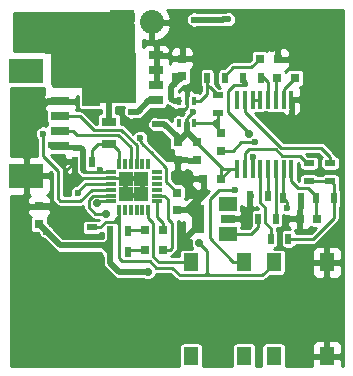
<source format=gbr>
G04 #@! TF.FileFunction,Copper,L2,Bot,Signal*
%FSLAX46Y46*%
G04 Gerber Fmt 4.6, Leading zero omitted, Abs format (unit mm)*
G04 Created by KiCad (PCBNEW 4.0.1-2.fc23-product) date Fri 01 Apr 2016 08:54:00 PM CEST*
%MOMM*%
G01*
G04 APERTURE LIST*
%ADD10C,0.100000*%
%ADD11R,0.398780X0.749300*%
%ADD12R,0.800000X0.750000*%
%ADD13R,1.300000X0.700000*%
%ADD14R,0.500000X0.900000*%
%ADD15R,0.750000X0.800000*%
%ADD16R,0.900000X0.500000*%
%ADD17R,1.500000X1.200000*%
%ADD18R,1.100000X2.400000*%
%ADD19R,1.200000X0.800000*%
%ADD20R,1.300000X1.550000*%
%ADD21R,0.450000X1.500000*%
%ADD22R,0.300000X0.850000*%
%ADD23R,0.850000X0.300000*%
%ADD24R,1.300000X1.300000*%
%ADD25R,1.600000X0.800000*%
%ADD26R,3.000000X2.100000*%
%ADD27R,2.032000X2.032000*%
%ADD28O,2.032000X2.032000*%
%ADD29R,0.797560X0.797560*%
%ADD30R,1.150000X0.700000*%
%ADD31R,1.550000X4.700000*%
%ADD32R,3.300000X4.200000*%
%ADD33C,0.600000*%
%ADD34C,0.700000*%
%ADD35C,0.500000*%
%ADD36C,0.250000*%
%ADD37C,0.254000*%
G04 APERTURE END LIST*
D10*
D11*
X158649760Y-83150040D03*
X159300000Y-83150040D03*
X159950240Y-83150040D03*
X159950240Y-85049960D03*
X159300000Y-85049960D03*
X158649760Y-85049960D03*
D12*
X162200000Y-89725000D03*
X160700000Y-89725000D03*
D13*
X152700000Y-84900000D03*
X152700000Y-86800000D03*
D14*
X168950000Y-91400000D03*
X167450000Y-91400000D03*
X166150000Y-91150000D03*
X164650000Y-91150000D03*
D15*
X158900000Y-81050000D03*
X158900000Y-79550000D03*
D12*
X166950000Y-81200000D03*
X168450000Y-81200000D03*
X165500000Y-79600000D03*
X167000000Y-79600000D03*
X170350000Y-93100000D03*
X168850000Y-93100000D03*
D15*
X158450000Y-90900000D03*
X158450000Y-92400000D03*
X158532228Y-86600000D03*
X158532228Y-88100000D03*
X160182228Y-88150000D03*
X160182228Y-86650000D03*
X162225000Y-87350000D03*
X162225000Y-85850000D03*
D16*
X171450000Y-88400000D03*
X171450000Y-89900000D03*
D14*
X167900000Y-94800000D03*
X166400000Y-94800000D03*
D16*
X169650000Y-89900000D03*
X169650000Y-88400000D03*
D14*
X152800000Y-95900000D03*
X154300000Y-95900000D03*
X152840000Y-94150000D03*
X154340000Y-94150000D03*
X171750000Y-91400000D03*
X170250000Y-91400000D03*
X165550000Y-81200000D03*
X164050000Y-81200000D03*
X151300000Y-88300000D03*
X149800000Y-88300000D03*
X162532228Y-81200000D03*
X161032228Y-81200000D03*
D16*
X161932228Y-84150000D03*
X161932228Y-82650000D03*
D17*
X162770000Y-91830000D03*
X162770000Y-94370000D03*
D18*
X160230000Y-93100000D03*
D19*
X162770000Y-93100000D03*
D20*
X164150000Y-96800000D03*
X159650000Y-96800000D03*
X159650000Y-104750000D03*
X164150000Y-104750000D03*
D21*
X163592228Y-83040000D03*
X164242228Y-83040000D03*
X164892228Y-83040000D03*
X165542228Y-83040000D03*
X166192228Y-83040000D03*
X166842228Y-83040000D03*
X167492228Y-83040000D03*
X168142228Y-83040000D03*
X168142228Y-88940000D03*
X167492228Y-88940000D03*
X166842228Y-88940000D03*
X166192228Y-88940000D03*
X165542228Y-88940000D03*
X164892228Y-88940000D03*
X164242228Y-88940000D03*
X163592228Y-88940000D03*
D22*
X153550000Y-88450000D03*
X154050000Y-88450000D03*
X154550000Y-88450000D03*
X155050000Y-88450000D03*
X155550000Y-88450000D03*
X156050000Y-88450000D03*
D23*
X156750000Y-89150000D03*
X156750000Y-89650000D03*
X156750000Y-90150000D03*
X156750000Y-90650000D03*
X156750000Y-91150000D03*
X156750000Y-91650000D03*
D22*
X156050000Y-92350000D03*
X155550000Y-92350000D03*
X155050000Y-92350000D03*
X154550000Y-92350000D03*
X154050000Y-92350000D03*
X153550000Y-92350000D03*
D23*
X152850000Y-91650000D03*
X152850000Y-91150000D03*
X152850000Y-90650000D03*
X152850000Y-90150000D03*
X152850000Y-89650000D03*
X152850000Y-89150000D03*
D24*
X155450000Y-91050000D03*
X154150000Y-91050000D03*
X155450000Y-89750000D03*
X154150000Y-89750000D03*
D25*
X148600000Y-86925000D03*
X148600000Y-85675000D03*
X148600000Y-84425000D03*
X148600000Y-83175000D03*
D26*
X145700000Y-89475000D03*
X145700000Y-80625000D03*
D27*
X153800000Y-76500000D03*
D28*
X156340000Y-76500000D03*
D20*
X166650000Y-104750000D03*
X171150000Y-104750000D03*
X171150000Y-96800000D03*
X166650000Y-96800000D03*
D29*
X155751400Y-94100000D03*
X157250000Y-94100000D03*
X155751400Y-95750000D03*
X157250000Y-95750000D03*
D16*
X151250000Y-95350000D03*
X151250000Y-93850000D03*
D14*
X166850000Y-93100000D03*
X165350000Y-93100000D03*
D15*
X146800000Y-93550000D03*
X146800000Y-92050000D03*
D30*
X156700000Y-80560000D03*
X156700000Y-79290000D03*
X156700000Y-81830000D03*
D31*
X151225000Y-81195000D03*
D32*
X153425000Y-81195000D03*
D30*
X156700000Y-83100000D03*
D33*
X158300000Y-81050000D03*
X150020551Y-89995551D03*
X158086414Y-87494962D03*
X150100000Y-92300000D03*
X147150000Y-82249990D03*
X146750000Y-83950000D03*
X155450000Y-89750000D03*
X158950000Y-95300000D03*
D34*
X166500000Y-78700000D03*
X169800000Y-81400000D03*
X165991746Y-84352998D03*
X160900000Y-80050000D03*
X164200000Y-93694990D03*
D33*
X147400000Y-94200000D03*
X147775010Y-86900000D03*
X164232293Y-81672291D03*
X151967588Y-89024994D03*
X156649991Y-85100000D03*
X159800000Y-84100000D03*
X149900011Y-87099989D03*
D34*
X156000000Y-97600000D03*
X164600000Y-85900000D03*
X152500000Y-92675010D03*
X151700000Y-91824990D03*
X160350000Y-95200000D03*
D33*
X147150000Y-85900000D03*
X150070557Y-90935125D03*
X167750000Y-92200000D03*
X155356438Y-86250009D03*
X165075000Y-86624989D03*
X164875000Y-87875000D03*
X163388403Y-90640011D03*
X154600000Y-84050000D03*
X159925000Y-76250000D03*
X162800000Y-76240000D03*
D35*
X158300000Y-81050000D02*
X158300000Y-81675000D01*
X158300000Y-81675000D02*
X158000000Y-81975000D01*
X158900000Y-81050000D02*
X158300000Y-81050000D01*
X158900000Y-81050000D02*
X158900000Y-81075000D01*
X158900000Y-81075000D02*
X158000000Y-81975000D01*
X158000000Y-82937553D02*
X158212487Y-83150040D01*
X158000000Y-81975000D02*
X158000000Y-82937553D01*
X158212487Y-83150040D02*
X158649760Y-83150040D01*
D36*
X158850000Y-81000000D02*
X158900000Y-81050000D01*
D35*
X160200000Y-91525000D02*
X160326812Y-91525000D01*
X160326812Y-91525000D02*
X160657217Y-91194595D01*
X160657217Y-91194595D02*
X160813406Y-91038406D01*
D36*
X158050000Y-87900000D02*
X158050000Y-87531376D01*
X158050000Y-87531376D02*
X158086414Y-87494962D01*
D35*
X148000000Y-92300000D02*
X147750000Y-92050000D01*
X147750000Y-92050000D02*
X146800000Y-92050000D01*
X150100000Y-92300000D02*
X148000000Y-92300000D01*
X146750000Y-82700000D02*
X147150000Y-82300000D01*
X147150000Y-82300000D02*
X147150000Y-82249990D01*
X146750000Y-83950000D02*
X146750000Y-82700000D01*
X146750000Y-83950000D02*
X147525000Y-83175000D01*
X147525000Y-83175000D02*
X148600000Y-83175000D01*
D36*
X158050000Y-87800000D02*
X158050000Y-87900000D01*
X157850000Y-87900000D02*
X157550000Y-87600000D01*
X157800000Y-87550000D02*
X157850000Y-87600000D01*
X157850000Y-87600000D02*
X157850000Y-87900000D01*
X157850000Y-87900000D02*
X158050000Y-87900000D01*
X158050000Y-87900000D02*
X158250000Y-88100000D01*
X158250000Y-88100000D02*
X158532228Y-88100000D01*
X158532228Y-88100000D02*
X157500000Y-87067772D01*
X157500000Y-87067772D02*
X157500000Y-86800000D01*
X157600000Y-88100000D02*
X157250000Y-87750000D01*
X158532228Y-88100000D02*
X157600000Y-88100000D01*
X159174999Y-83825001D02*
X158700000Y-84300000D01*
X159174999Y-83799999D02*
X159174999Y-83825001D01*
X158800000Y-84100000D02*
X158874998Y-84100000D01*
X158874998Y-84100000D02*
X159125307Y-83849691D01*
X159100001Y-83799999D02*
X158800000Y-84100000D01*
X159300000Y-83674998D02*
X159174999Y-83799999D01*
X159174999Y-83799999D02*
X159100001Y-83799999D01*
X158575308Y-83849691D02*
X158524999Y-83900000D01*
X159125307Y-83849691D02*
X158575308Y-83849691D01*
X159300000Y-83150040D02*
X159300000Y-83674998D01*
X149025007Y-89005654D02*
X149094346Y-89005654D01*
X149094346Y-89005654D02*
X149800000Y-88300000D01*
X154150000Y-89750000D02*
X154050000Y-89650000D01*
X154050000Y-89650000D02*
X152850000Y-89650000D01*
X152850000Y-89650000D02*
X150378590Y-89650000D01*
D35*
X158950000Y-95030000D02*
X158950000Y-95300000D01*
X160230000Y-93100000D02*
X160230000Y-93750000D01*
X160230000Y-93750000D02*
X158950000Y-95030000D01*
D36*
X149800000Y-89071410D02*
X149800000Y-88300000D01*
X150378590Y-89650000D02*
X149800000Y-89071410D01*
D35*
X158450000Y-92400000D02*
X159530000Y-92400000D01*
X159530000Y-92400000D02*
X160230000Y-93100000D01*
X160200000Y-91525000D02*
X159325000Y-92400000D01*
X158450000Y-92400000D02*
X159325000Y-92400000D01*
X168850000Y-93100000D02*
X167900000Y-93100000D01*
X164200000Y-93430000D02*
X164200000Y-93694990D01*
X163870000Y-93100000D02*
X164200000Y-93430000D01*
X164650000Y-91150000D02*
X164650000Y-92320000D01*
X164650000Y-92320000D02*
X163870000Y-93100000D01*
X163870000Y-93100000D02*
X162770000Y-93100000D01*
X147400000Y-94200000D02*
X147400000Y-94150000D01*
X147400000Y-94150000D02*
X146800000Y-93550000D01*
X148600000Y-86925000D02*
X147800010Y-86925000D01*
X147800010Y-86925000D02*
X147775010Y-86900000D01*
D36*
X164232293Y-81672291D02*
X164232293Y-81382293D01*
X164232293Y-81382293D02*
X164050000Y-81200000D01*
X162985000Y-88940000D02*
X162447228Y-88940000D01*
X162447228Y-88940000D02*
X162200000Y-88692772D01*
X160182228Y-86650000D02*
X160182228Y-86675000D01*
X160182228Y-86675000D02*
X162200000Y-88692772D01*
X162200000Y-88692772D02*
X162200000Y-89100000D01*
X162200000Y-89100000D02*
X162200000Y-89725000D01*
X163592228Y-88940000D02*
X162985000Y-88940000D01*
X162985000Y-88940000D02*
X162200000Y-89725000D01*
X152850000Y-89150000D02*
X152092594Y-89150000D01*
X152092594Y-89150000D02*
X151967588Y-89024994D01*
X152850000Y-89150000D02*
X150691776Y-89150000D01*
D35*
X157400000Y-85100000D02*
X156649991Y-85100000D01*
X156800000Y-85100000D02*
X156649991Y-85100000D01*
D36*
X159800000Y-84100000D02*
X159300000Y-84600000D01*
X159300000Y-84600000D02*
X159300000Y-85049960D01*
X150691776Y-89150000D02*
X150550000Y-89008224D01*
D35*
X150550000Y-89008224D02*
X150616766Y-89074990D01*
X150550000Y-87325714D02*
X150550000Y-89008224D01*
X149900011Y-87099989D02*
X150324275Y-87099989D01*
X150324275Y-87099989D02*
X150550000Y-87325714D01*
D36*
X149900011Y-87099989D02*
X148774989Y-87099989D01*
X148774989Y-87099989D02*
X148600000Y-86925000D01*
D35*
X158532228Y-86600000D02*
X158532228Y-86232228D01*
X158532228Y-86232228D02*
X157400000Y-85100000D01*
X159300000Y-85049960D02*
X159300000Y-85767772D01*
X159300000Y-85767772D02*
X160182228Y-86650000D01*
X158532228Y-86600000D02*
X159300000Y-85832228D01*
X159300000Y-85832228D02*
X159300000Y-85049960D01*
X151250000Y-95350000D02*
X148575000Y-95350000D01*
X148575000Y-95350000D02*
X146800000Y-93575000D01*
X146800000Y-93575000D02*
X146800000Y-93550000D01*
X152800000Y-95900000D02*
X152800000Y-95000000D01*
X152800000Y-95000000D02*
X152800000Y-94190000D01*
X151250000Y-95350000D02*
X152450000Y-95350000D01*
X152450000Y-95350000D02*
X152800000Y-95000000D01*
X151250000Y-95350000D02*
X152250000Y-95350000D01*
X152250000Y-95350000D02*
X152800000Y-95900000D01*
X152800000Y-94190000D02*
X152840000Y-94150000D01*
X156000000Y-97600000D02*
X153550000Y-97600000D01*
X153550000Y-97600000D02*
X152800000Y-96850000D01*
X152800000Y-96850000D02*
X152800000Y-95900000D01*
D36*
X162800000Y-84075736D02*
X162800000Y-82272226D01*
X162800000Y-82272226D02*
X163282228Y-81789998D01*
X163282228Y-81789998D02*
X163649218Y-81789998D01*
X163649218Y-81789998D02*
X164073482Y-81789998D01*
X164600000Y-85875736D02*
X162800000Y-84075736D01*
X152175000Y-89150000D02*
X152850000Y-89150000D01*
X149650000Y-86925000D02*
X148600000Y-86925000D01*
X164073482Y-81789998D02*
X164073482Y-80958746D01*
X164073482Y-80958746D02*
X164082228Y-80950000D01*
X160132228Y-86600000D02*
X160182228Y-86650000D01*
D35*
X152700000Y-84900000D02*
X152700000Y-81920000D01*
X152700000Y-81920000D02*
X153425000Y-81195000D01*
X152700000Y-84900000D02*
X152400000Y-84900000D01*
D36*
X157250000Y-94100000D02*
X157250000Y-93451220D01*
X157250000Y-93451220D02*
X156750000Y-92951220D01*
X156750000Y-92951220D02*
X156750000Y-92050000D01*
X156750000Y-92050000D02*
X156750000Y-91650000D01*
X155751400Y-94100000D02*
X154390000Y-94100000D01*
X158050000Y-93517438D02*
X158050000Y-95598780D01*
X158050000Y-95598780D02*
X157898780Y-95750000D01*
X156750000Y-91150000D02*
X157410002Y-91150000D01*
X157410002Y-91150000D02*
X157700010Y-91440008D01*
X157700010Y-91440008D02*
X157700010Y-93167448D01*
X157700010Y-93167448D02*
X158050000Y-93517438D01*
X157250000Y-95750000D02*
X157898780Y-95750000D01*
X155751400Y-95750000D02*
X154450000Y-95750000D01*
X154450000Y-95750000D02*
X154300000Y-95900000D01*
X165542228Y-83040000D02*
X164892228Y-83040000D01*
X170650000Y-87100000D02*
X167302228Y-87100000D01*
X167302228Y-87100000D02*
X164242228Y-84040000D01*
X164242228Y-84040000D02*
X164242228Y-83040000D01*
X171450000Y-88400000D02*
X171450000Y-87900000D01*
X171450000Y-87900000D02*
X170650000Y-87100000D01*
X171750000Y-91400000D02*
X171750000Y-90200000D01*
X171750000Y-90200000D02*
X171450000Y-89900000D01*
X167900000Y-94800000D02*
X170010002Y-94800000D01*
X170010002Y-94800000D02*
X171750000Y-93060002D01*
X171750000Y-93060002D02*
X171750000Y-92100000D01*
X171750000Y-92100000D02*
X171750000Y-91400000D01*
X169650000Y-89900000D02*
X171450000Y-89900000D01*
X169700000Y-89950000D02*
X169650000Y-89900000D01*
X166400000Y-94800000D02*
X166400000Y-93935002D01*
X166400000Y-93935002D02*
X165925001Y-93460003D01*
X165925001Y-92125547D02*
X165542228Y-91742774D01*
X165925001Y-93460003D02*
X165925001Y-92125547D01*
X165542228Y-91742774D02*
X165542228Y-90057772D01*
X165542228Y-90057772D02*
X165542228Y-88940000D01*
X167390818Y-87825000D02*
X168875000Y-87825000D01*
X168875000Y-87825000D02*
X169450000Y-88400000D01*
X169450000Y-88400000D02*
X169650000Y-88400000D01*
X164242228Y-88940000D02*
X164242228Y-87582770D01*
X164242228Y-87582770D02*
X164574999Y-87249999D01*
X164574999Y-87249999D02*
X166815817Y-87249999D01*
X166815817Y-87249999D02*
X167390818Y-87825000D01*
X152500000Y-92675010D02*
X151551018Y-92675010D01*
X152400000Y-92575010D02*
X152500000Y-92675010D01*
X152174989Y-91149989D02*
X152175000Y-91150000D01*
X151375999Y-91149989D02*
X152174989Y-91149989D01*
X151000000Y-91525988D02*
X151375999Y-91149989D01*
X151000000Y-92123992D02*
X151000000Y-91525988D01*
X152175000Y-91150000D02*
X152850000Y-91150000D01*
X151551018Y-92675010D02*
X151000000Y-92123992D01*
X151700000Y-91824990D02*
X151874990Y-91650000D01*
X151874990Y-91650000D02*
X152850000Y-91650000D01*
X153099989Y-93350011D02*
X153350000Y-93100000D01*
X153350000Y-93100000D02*
X153550000Y-92900000D01*
X153325013Y-93350011D02*
X153325013Y-93124987D01*
X153325013Y-93124987D02*
X153350000Y-93100000D01*
X153550000Y-96435002D02*
X153550000Y-93900000D01*
X153550000Y-93900000D02*
X153550000Y-93250000D01*
X153099989Y-93350011D02*
X153325013Y-93350011D01*
X153325013Y-93350011D02*
X153550000Y-93574998D01*
X153550000Y-93574998D02*
X153550000Y-93900000D01*
X153550000Y-93025000D02*
X153550000Y-92900000D01*
X152449989Y-93350011D02*
X153099989Y-93350011D01*
X153550000Y-92900000D02*
X153550000Y-92350000D01*
X151250000Y-93850000D02*
X151950000Y-93850000D01*
X151950000Y-93850000D02*
X152449989Y-93350011D01*
X156731037Y-97250009D02*
X156156029Y-96675001D01*
X156156029Y-96675001D02*
X153789999Y-96675001D01*
X153789999Y-96675001D02*
X153550000Y-96435002D01*
X160850000Y-97900001D02*
X158739999Y-97900001D01*
X158739999Y-97900001D02*
X158090008Y-97250010D01*
X158090008Y-97250010D02*
X156731037Y-97250009D01*
X165674999Y-97900001D02*
X161150000Y-97900001D01*
X161000000Y-97750001D02*
X161150000Y-97900001D01*
X161150000Y-97900001D02*
X161000000Y-97900001D01*
X161000000Y-97700000D02*
X161000000Y-97750001D01*
X161000000Y-95850000D02*
X161000000Y-97700000D01*
X160850000Y-97900001D02*
X160850000Y-97850000D01*
X161000000Y-97700000D02*
X161000000Y-97900001D01*
X160850000Y-97850000D02*
X161000000Y-97700000D01*
X161000000Y-97900001D02*
X160850000Y-97900001D01*
X160350000Y-95200000D02*
X161000000Y-95850000D01*
X166650000Y-96800000D02*
X166650000Y-96925000D01*
X166650000Y-96925000D02*
X165674999Y-97900001D01*
X153550000Y-93250000D02*
X153550000Y-93025000D01*
X151250000Y-93850000D02*
X151450000Y-93850000D01*
X153550000Y-92650000D02*
X153550000Y-92350000D01*
X147150000Y-87789998D02*
X147150000Y-85900000D01*
X148400000Y-91400000D02*
X148400000Y-89039998D01*
X148400000Y-89039998D02*
X147150000Y-87789998D01*
X148589578Y-91589578D02*
X148400000Y-91400000D01*
X148810422Y-91589578D02*
X148589578Y-91589578D01*
X150300000Y-91589578D02*
X148810422Y-91589578D01*
X152850000Y-90650000D02*
X151239578Y-90650000D01*
X151239578Y-90650000D02*
X150300000Y-91589578D01*
X152700000Y-86800000D02*
X151800000Y-86800000D01*
X151800000Y-86800000D02*
X151300000Y-87300000D01*
X151300000Y-87300000D02*
X151300000Y-87800000D01*
X151300000Y-87800000D02*
X151300000Y-88500000D01*
X152700000Y-86800000D02*
X152971056Y-86800000D01*
X152971056Y-86800000D02*
X153550000Y-87378944D01*
X153550000Y-88450000D02*
X153550000Y-87378944D01*
X161032228Y-82517442D02*
X161032228Y-81800000D01*
X161032228Y-81800000D02*
X161032228Y-81200000D01*
X161250000Y-81967772D02*
X161200000Y-81967772D01*
X161200000Y-81967772D02*
X161032228Y-81800000D01*
X159950240Y-83150040D02*
X160399630Y-83150040D01*
X160399630Y-83150040D02*
X161032228Y-82517442D01*
X161250000Y-81967772D02*
X161932228Y-82650000D01*
X159650000Y-96800000D02*
X156917438Y-96800000D01*
X156917438Y-96800000D02*
X156475181Y-96357743D01*
X156475181Y-96357743D02*
X156475181Y-93450181D01*
X156475181Y-93450181D02*
X156050000Y-93025000D01*
X156050000Y-93025000D02*
X156050000Y-92350000D01*
X150070557Y-90935125D02*
X150200000Y-90805682D01*
X150200000Y-90805682D02*
X150200000Y-90700000D01*
X167750000Y-92200000D02*
X167750000Y-91700000D01*
X167750000Y-91700000D02*
X167450000Y-91400000D01*
X152850000Y-90150000D02*
X150750000Y-90150000D01*
X150750000Y-90150000D02*
X150200000Y-90700000D01*
X167450000Y-91400000D02*
X167450000Y-88982228D01*
X167450000Y-88982228D02*
X167492228Y-88940000D01*
X155550000Y-86800000D02*
X155500010Y-86750010D01*
X155318205Y-86531795D02*
X155356438Y-86493562D01*
X155356438Y-86493562D02*
X155356438Y-86250009D01*
X155500010Y-86713600D02*
X155318205Y-86531795D01*
X158450000Y-90900000D02*
X158450000Y-90875000D01*
X158450000Y-90875000D02*
X157550000Y-89975000D01*
X156260002Y-87500000D02*
X156250000Y-87500000D01*
X157550000Y-89975000D02*
X157550000Y-88789998D01*
X157550000Y-88789998D02*
X156260002Y-87500000D01*
X156250000Y-87500000D02*
X155550000Y-86800000D01*
X162532228Y-81200000D02*
X162532228Y-81000000D01*
X162532228Y-81000000D02*
X163232228Y-80300000D01*
X164775000Y-80300000D02*
X165475000Y-79600000D01*
X165475000Y-79600000D02*
X165500000Y-79600000D01*
X163232228Y-80300000D02*
X164775000Y-80300000D01*
X170250000Y-91400000D02*
X170250000Y-93000000D01*
X170250000Y-93000000D02*
X170350000Y-93100000D01*
X168142228Y-89940000D02*
X168677229Y-90475001D01*
X168677229Y-90475001D02*
X169525001Y-90475001D01*
X169525001Y-90475001D02*
X170250000Y-91200000D01*
X170250000Y-91200000D02*
X170250000Y-91400000D01*
X168200000Y-89997772D02*
X168142228Y-89940000D01*
X168142228Y-89940000D02*
X168142228Y-88940000D01*
X163925011Y-86624989D02*
X163200000Y-87350000D01*
X163200000Y-87350000D02*
X162225000Y-87350000D01*
X165075000Y-86624989D02*
X163925011Y-86624989D01*
X164892228Y-88940000D02*
X164892228Y-87892228D01*
X164892228Y-87892228D02*
X164875000Y-87875000D01*
X161700000Y-84882228D02*
X161932228Y-84650000D01*
X161532268Y-85049960D02*
X161700000Y-84882228D01*
X161700000Y-84882228D02*
X161700000Y-85200000D01*
X161700000Y-85200000D02*
X161932228Y-85432228D01*
X161932228Y-85432228D02*
X161932228Y-84650000D01*
X161532268Y-85049960D02*
X161549960Y-85049960D01*
X161549960Y-85049960D02*
X161932228Y-85432228D01*
X161932228Y-85432228D02*
X161932228Y-85900000D01*
X159950240Y-85049960D02*
X161532268Y-85049960D01*
X161932228Y-84650000D02*
X161932228Y-84150000D01*
X166842228Y-81040000D02*
X166842228Y-83040000D01*
X168450000Y-81200000D02*
X167492228Y-82157772D01*
X167492228Y-82157772D02*
X167492228Y-83040000D01*
X165582228Y-80950000D02*
X166192228Y-81560000D01*
X166192228Y-81560000D02*
X166192228Y-83040000D01*
X166850000Y-92900000D02*
X166850000Y-89947772D01*
X166850000Y-89947772D02*
X166842228Y-89940000D01*
X166842228Y-89940000D02*
X166842228Y-88940000D01*
X165350000Y-93100000D02*
X165350000Y-93800000D01*
X165350000Y-93800000D02*
X164780000Y-94370000D01*
X164780000Y-94370000D02*
X163770000Y-94370000D01*
X163770000Y-94370000D02*
X162770000Y-94370000D01*
X163380000Y-94370000D02*
X162770000Y-94370000D01*
X166150000Y-91150000D02*
X166150000Y-88982228D01*
X166150000Y-88982228D02*
X166192228Y-88940000D01*
X163388403Y-90640011D02*
X162024987Y-90640011D01*
X162024987Y-90640011D02*
X161232227Y-91432771D01*
X164150000Y-96800000D02*
X163250000Y-96800000D01*
X163250000Y-96800000D02*
X161232227Y-94782227D01*
X161232227Y-94782227D02*
X161232227Y-91432771D01*
X153510013Y-86025011D02*
X150000011Y-86025011D01*
X154550000Y-88450000D02*
X154550000Y-87064998D01*
X154550000Y-87064998D02*
X153510013Y-86025011D01*
X150000011Y-86025011D02*
X149650000Y-85675000D01*
X149650000Y-85675000D02*
X148600000Y-85675000D01*
X153821412Y-85700000D02*
X153696413Y-85575001D01*
X153696413Y-85575001D02*
X151425001Y-85575001D01*
X151425001Y-85575001D02*
X150275000Y-84425000D01*
X155050000Y-86900000D02*
X153850000Y-85700000D01*
X153850000Y-85700000D02*
X153821412Y-85700000D01*
X155050000Y-88450000D02*
X155050000Y-86900000D01*
X150275000Y-84425000D02*
X148600000Y-84425000D01*
X155050000Y-88450000D02*
X155050000Y-87789998D01*
D35*
X155130002Y-84050000D02*
X154600000Y-84050000D01*
X156700000Y-83100000D02*
X156080002Y-83100000D01*
X156080002Y-83100000D02*
X155130002Y-84050000D01*
D36*
X156299989Y-83100000D02*
X156700000Y-83100000D01*
D35*
X162365736Y-76250000D02*
X159925000Y-76250000D01*
X162800000Y-76240000D02*
X162375736Y-76240000D01*
X162375736Y-76240000D02*
X162365736Y-76250000D01*
D37*
G36*
X154723000Y-76296726D02*
X154689000Y-76467655D01*
X154689000Y-76532345D01*
X154723000Y-76703274D01*
X154723000Y-81873000D01*
X148005903Y-81873000D01*
X147943117Y-81721047D01*
X147927000Y-81704902D01*
X147927000Y-79100000D01*
X147916994Y-79050590D01*
X147888553Y-79008965D01*
X147846159Y-78981685D01*
X147800000Y-78973000D01*
X147424389Y-78973000D01*
X147200000Y-78927560D01*
X144710000Y-78927560D01*
X144710000Y-75710000D01*
X154723000Y-75710000D01*
X154723000Y-76296726D01*
X154723000Y-76296726D01*
G37*
X154723000Y-76296726D02*
X154689000Y-76467655D01*
X154689000Y-76532345D01*
X154723000Y-76703274D01*
X154723000Y-81873000D01*
X148005903Y-81873000D01*
X147943117Y-81721047D01*
X147927000Y-81704902D01*
X147927000Y-79100000D01*
X147916994Y-79050590D01*
X147888553Y-79008965D01*
X147846159Y-78981685D01*
X147800000Y-78973000D01*
X147424389Y-78973000D01*
X147200000Y-78927560D01*
X144710000Y-78927560D01*
X144710000Y-75710000D01*
X154723000Y-75710000D01*
X154723000Y-76296726D01*
G36*
X172544000Y-105544000D02*
X172435000Y-105544000D01*
X172435000Y-105035750D01*
X172276250Y-104877000D01*
X171277000Y-104877000D01*
X171277000Y-104897000D01*
X171023000Y-104897000D01*
X171023000Y-104877000D01*
X170023750Y-104877000D01*
X169865000Y-105035750D01*
X169865000Y-105544000D01*
X167684616Y-105544000D01*
X167688464Y-105525000D01*
X167688464Y-103975000D01*
X167664698Y-103848691D01*
X169865000Y-103848691D01*
X169865000Y-104464250D01*
X170023750Y-104623000D01*
X171023000Y-104623000D01*
X171023000Y-103498750D01*
X171277000Y-103498750D01*
X171277000Y-104623000D01*
X172276250Y-104623000D01*
X172435000Y-104464250D01*
X172435000Y-103848691D01*
X172338327Y-103615302D01*
X172159699Y-103436673D01*
X171926310Y-103340000D01*
X171435750Y-103340000D01*
X171277000Y-103498750D01*
X171023000Y-103498750D01*
X170864250Y-103340000D01*
X170373690Y-103340000D01*
X170140301Y-103436673D01*
X169961673Y-103615302D01*
X169865000Y-103848691D01*
X167664698Y-103848691D01*
X167661897Y-103833810D01*
X167578454Y-103704135D01*
X167451134Y-103617141D01*
X167300000Y-103586536D01*
X166000000Y-103586536D01*
X165858810Y-103613103D01*
X165729135Y-103696546D01*
X165642141Y-103823866D01*
X165611536Y-103975000D01*
X165611536Y-105525000D01*
X165615111Y-105544000D01*
X165184616Y-105544000D01*
X165188464Y-105525000D01*
X165188464Y-103975000D01*
X165161897Y-103833810D01*
X165078454Y-103704135D01*
X164951134Y-103617141D01*
X164800000Y-103586536D01*
X163500000Y-103586536D01*
X163358810Y-103613103D01*
X163229135Y-103696546D01*
X163142141Y-103823866D01*
X163111536Y-103975000D01*
X163111536Y-105525000D01*
X163115111Y-105544000D01*
X160684616Y-105544000D01*
X160688464Y-105525000D01*
X160688464Y-103975000D01*
X160661897Y-103833810D01*
X160578454Y-103704135D01*
X160451134Y-103617141D01*
X160300000Y-103586536D01*
X159000000Y-103586536D01*
X158858810Y-103613103D01*
X158729135Y-103696546D01*
X158642141Y-103823866D01*
X158611536Y-103975000D01*
X158611536Y-105525000D01*
X158615111Y-105544000D01*
X144456000Y-105544000D01*
X144456000Y-91523691D01*
X145790000Y-91523691D01*
X145790000Y-91764250D01*
X145948750Y-91923000D01*
X146673000Y-91923000D01*
X146673000Y-91903000D01*
X146927000Y-91903000D01*
X146927000Y-91923000D01*
X147651250Y-91923000D01*
X147810000Y-91764250D01*
X147810000Y-91523691D01*
X147713327Y-91290302D01*
X147534699Y-91111673D01*
X147488840Y-91092678D01*
X147559699Y-91063327D01*
X147738327Y-90884698D01*
X147835000Y-90651309D01*
X147835000Y-89760750D01*
X147676250Y-89602000D01*
X145827000Y-89602000D01*
X145827000Y-91001250D01*
X145985750Y-91160000D01*
X146016974Y-91160000D01*
X145886673Y-91290302D01*
X145790000Y-91523691D01*
X144456000Y-91523691D01*
X144456000Y-91160000D01*
X145414250Y-91160000D01*
X145573000Y-91001250D01*
X145573000Y-89602000D01*
X145553000Y-89602000D01*
X145553000Y-89348000D01*
X145573000Y-89348000D01*
X145573000Y-87948750D01*
X145414250Y-87790000D01*
X144456000Y-87790000D01*
X144456000Y-82063464D01*
X147173000Y-82063464D01*
X147173000Y-82600000D01*
X147176996Y-82619731D01*
X147165000Y-82648691D01*
X147165000Y-82889250D01*
X147323750Y-83048000D01*
X148473000Y-83048000D01*
X148473000Y-83028000D01*
X148727000Y-83028000D01*
X148727000Y-83048000D01*
X149876250Y-83048000D01*
X150035000Y-82889250D01*
X150035000Y-82727000D01*
X150061536Y-82727000D01*
X150061536Y-83545000D01*
X150088103Y-83686190D01*
X150171546Y-83815865D01*
X150298866Y-83902859D01*
X150450000Y-83933464D01*
X152000000Y-83933464D01*
X152069000Y-83920481D01*
X152069000Y-84161536D01*
X152050000Y-84161536D01*
X151908810Y-84188103D01*
X151779135Y-84271546D01*
X151692141Y-84398866D01*
X151661536Y-84550000D01*
X151661536Y-85069001D01*
X151634593Y-85069001D01*
X150632796Y-84067204D01*
X150468638Y-83957517D01*
X150275000Y-83919000D01*
X149944829Y-83919000D01*
X150035000Y-83701309D01*
X150035000Y-83460750D01*
X149876250Y-83302000D01*
X148727000Y-83302000D01*
X148727000Y-83322000D01*
X148473000Y-83322000D01*
X148473000Y-83302000D01*
X147323750Y-83302000D01*
X147165000Y-83460750D01*
X147165000Y-83701309D01*
X147261673Y-83934698D01*
X147411536Y-84084562D01*
X147411536Y-84825000D01*
X147438103Y-84966190D01*
X147492313Y-85050436D01*
X147442141Y-85123866D01*
X147412242Y-85271516D01*
X147286054Y-85219118D01*
X147015135Y-85218882D01*
X146764748Y-85322339D01*
X146573013Y-85513741D01*
X146469118Y-85763946D01*
X146468882Y-86034865D01*
X146572339Y-86285252D01*
X146644000Y-86357038D01*
X146644000Y-87790000D01*
X145985750Y-87790000D01*
X145827000Y-87948750D01*
X145827000Y-89348000D01*
X147676250Y-89348000D01*
X147834330Y-89189920D01*
X147894000Y-89249590D01*
X147894000Y-91400000D01*
X147932517Y-91593638D01*
X148042204Y-91757796D01*
X148231782Y-91947374D01*
X148395940Y-92057061D01*
X148589578Y-92095578D01*
X150300000Y-92095578D01*
X150493638Y-92057061D01*
X150494000Y-92056819D01*
X150494000Y-92123992D01*
X150532517Y-92317630D01*
X150642204Y-92481788D01*
X151193222Y-93032806D01*
X151357380Y-93142493D01*
X151551018Y-93181010D01*
X151903398Y-93181010D01*
X151843760Y-93240648D01*
X151700000Y-93211536D01*
X150800000Y-93211536D01*
X150658810Y-93238103D01*
X150529135Y-93321546D01*
X150442141Y-93448866D01*
X150411536Y-93600000D01*
X150411536Y-94100000D01*
X150438103Y-94241190D01*
X150521546Y-94370865D01*
X150648866Y-94457859D01*
X150800000Y-94488464D01*
X151700000Y-94488464D01*
X151841190Y-94461897D01*
X151970865Y-94378454D01*
X151991902Y-94347665D01*
X152143638Y-94317483D01*
X152169000Y-94300537D01*
X152169000Y-94719000D01*
X151736859Y-94719000D01*
X151700000Y-94711536D01*
X150800000Y-94711536D01*
X150760333Y-94719000D01*
X148836368Y-94719000D01*
X148009730Y-93892362D01*
X147977661Y-93814748D01*
X147786259Y-93623013D01*
X147750555Y-93608187D01*
X147563464Y-93421096D01*
X147563464Y-93150000D01*
X147536897Y-93008810D01*
X147526028Y-92991919D01*
X147534699Y-92988327D01*
X147713327Y-92809698D01*
X147810000Y-92576309D01*
X147810000Y-92335750D01*
X147651250Y-92177000D01*
X146927000Y-92177000D01*
X146927000Y-92197000D01*
X146673000Y-92197000D01*
X146673000Y-92177000D01*
X145948750Y-92177000D01*
X145790000Y-92335750D01*
X145790000Y-92576309D01*
X145886673Y-92809698D01*
X146065301Y-92988327D01*
X146072348Y-92991246D01*
X146067141Y-92998866D01*
X146036536Y-93150000D01*
X146036536Y-93950000D01*
X146063103Y-94091190D01*
X146146546Y-94220865D01*
X146273866Y-94307859D01*
X146425000Y-94338464D01*
X146671096Y-94338464D01*
X146755063Y-94422431D01*
X146822339Y-94585252D01*
X147013741Y-94776987D01*
X147177702Y-94845070D01*
X148128816Y-95796184D01*
X148333527Y-95932968D01*
X148575000Y-95981000D01*
X150763141Y-95981000D01*
X150800000Y-95988464D01*
X151700000Y-95988464D01*
X151739667Y-95981000D01*
X151988632Y-95981000D01*
X152161536Y-96153905D01*
X152161536Y-96350000D01*
X152169000Y-96389667D01*
X152169000Y-96850000D01*
X152202225Y-97017032D01*
X152217032Y-97091473D01*
X152353816Y-97296184D01*
X153103815Y-98046184D01*
X153308526Y-98182968D01*
X153348589Y-98190937D01*
X153550000Y-98231000D01*
X155613437Y-98231000D01*
X155853957Y-98330873D01*
X156144767Y-98331126D01*
X156413537Y-98220073D01*
X156619350Y-98014619D01*
X156727063Y-97755219D01*
X156731037Y-97756009D01*
X157880416Y-97756010D01*
X158382203Y-98257797D01*
X158546361Y-98367484D01*
X158739999Y-98406001D01*
X165674999Y-98406001D01*
X165868637Y-98367484D01*
X166032795Y-98257797D01*
X166327128Y-97963464D01*
X167300000Y-97963464D01*
X167441190Y-97936897D01*
X167570865Y-97853454D01*
X167657859Y-97726134D01*
X167688464Y-97575000D01*
X167688464Y-97085750D01*
X169865000Y-97085750D01*
X169865000Y-97701309D01*
X169961673Y-97934698D01*
X170140301Y-98113327D01*
X170373690Y-98210000D01*
X170864250Y-98210000D01*
X171023000Y-98051250D01*
X171023000Y-96927000D01*
X171277000Y-96927000D01*
X171277000Y-98051250D01*
X171435750Y-98210000D01*
X171926310Y-98210000D01*
X172159699Y-98113327D01*
X172338327Y-97934698D01*
X172435000Y-97701309D01*
X172435000Y-97085750D01*
X172276250Y-96927000D01*
X171277000Y-96927000D01*
X171023000Y-96927000D01*
X170023750Y-96927000D01*
X169865000Y-97085750D01*
X167688464Y-97085750D01*
X167688464Y-96025000D01*
X167664698Y-95898691D01*
X169865000Y-95898691D01*
X169865000Y-96514250D01*
X170023750Y-96673000D01*
X171023000Y-96673000D01*
X171023000Y-95548750D01*
X171277000Y-95548750D01*
X171277000Y-96673000D01*
X172276250Y-96673000D01*
X172435000Y-96514250D01*
X172435000Y-95898691D01*
X172338327Y-95665302D01*
X172159699Y-95486673D01*
X171926310Y-95390000D01*
X171435750Y-95390000D01*
X171277000Y-95548750D01*
X171023000Y-95548750D01*
X170864250Y-95390000D01*
X170373690Y-95390000D01*
X170140301Y-95486673D01*
X169961673Y-95665302D01*
X169865000Y-95898691D01*
X167664698Y-95898691D01*
X167661897Y-95883810D01*
X167578454Y-95754135D01*
X167451134Y-95667141D01*
X167300000Y-95636536D01*
X166660246Y-95636536D01*
X166791190Y-95611897D01*
X166920865Y-95528454D01*
X167007859Y-95401134D01*
X167038464Y-95250000D01*
X167038464Y-94350000D01*
X167011897Y-94208810D01*
X166928454Y-94079135D01*
X166906000Y-94063793D01*
X166906000Y-93938464D01*
X167100000Y-93938464D01*
X167241190Y-93911897D01*
X167370865Y-93828454D01*
X167457859Y-93701134D01*
X167488464Y-93550000D01*
X167488464Y-92828777D01*
X167613946Y-92880882D01*
X167881865Y-92881115D01*
X167973750Y-92973000D01*
X168723000Y-92973000D01*
X168723000Y-92428250D01*
X168825000Y-92326250D01*
X168825000Y-91527000D01*
X168803000Y-91527000D01*
X168803000Y-91273000D01*
X168825000Y-91273000D01*
X168825000Y-91253000D01*
X169075000Y-91253000D01*
X169075000Y-91273000D01*
X169097000Y-91273000D01*
X169097000Y-91527000D01*
X169075000Y-91527000D01*
X169075000Y-92150750D01*
X168977000Y-92248750D01*
X168977000Y-92973000D01*
X168997000Y-92973000D01*
X168997000Y-93227000D01*
X168977000Y-93227000D01*
X168977000Y-93951250D01*
X169135750Y-94110000D01*
X169376309Y-94110000D01*
X169609698Y-94013327D01*
X169788327Y-93834699D01*
X169791246Y-93827652D01*
X169798866Y-93832859D01*
X169950000Y-93863464D01*
X170230946Y-93863464D01*
X169800410Y-94294000D01*
X168527927Y-94294000D01*
X168511897Y-94208810D01*
X168448315Y-94110000D01*
X168564250Y-94110000D01*
X168723000Y-93951250D01*
X168723000Y-93227000D01*
X167973750Y-93227000D01*
X167815000Y-93385750D01*
X167815000Y-93601310D01*
X167911673Y-93834699D01*
X168038511Y-93961536D01*
X167650000Y-93961536D01*
X167508810Y-93988103D01*
X167379135Y-94071546D01*
X167292141Y-94198866D01*
X167261536Y-94350000D01*
X167261536Y-95250000D01*
X167288103Y-95391190D01*
X167371546Y-95520865D01*
X167498866Y-95607859D01*
X167650000Y-95638464D01*
X168150000Y-95638464D01*
X168291190Y-95611897D01*
X168420865Y-95528454D01*
X168507859Y-95401134D01*
X168527124Y-95306000D01*
X170010002Y-95306000D01*
X170203640Y-95267483D01*
X170367798Y-95157796D01*
X172107796Y-93417798D01*
X172129210Y-93385750D01*
X172217483Y-93253640D01*
X172256000Y-93060002D01*
X172256000Y-92138019D01*
X172270865Y-92128454D01*
X172357859Y-92001134D01*
X172388464Y-91850000D01*
X172388464Y-90950000D01*
X172361897Y-90808810D01*
X172278454Y-90679135D01*
X172256000Y-90663793D01*
X172256000Y-90303855D01*
X172257859Y-90301134D01*
X172288464Y-90150000D01*
X172288464Y-89650000D01*
X172261897Y-89508810D01*
X172178454Y-89379135D01*
X172051134Y-89292141D01*
X171900000Y-89261536D01*
X171000000Y-89261536D01*
X170858810Y-89288103D01*
X170729135Y-89371546D01*
X170713793Y-89394000D01*
X170388019Y-89394000D01*
X170378454Y-89379135D01*
X170251134Y-89292141D01*
X170100000Y-89261536D01*
X169200000Y-89261536D01*
X169058810Y-89288103D01*
X168929135Y-89371546D01*
X168842141Y-89498866D01*
X168811536Y-89650000D01*
X168811536Y-89893716D01*
X168730790Y-89812970D01*
X168755692Y-89690000D01*
X168755692Y-88421284D01*
X168811536Y-88477128D01*
X168811536Y-88650000D01*
X168838103Y-88791190D01*
X168921546Y-88920865D01*
X169048866Y-89007859D01*
X169200000Y-89038464D01*
X170100000Y-89038464D01*
X170241190Y-89011897D01*
X170370865Y-88928454D01*
X170457859Y-88801134D01*
X170488464Y-88650000D01*
X170488464Y-88150000D01*
X170461897Y-88008810D01*
X170378454Y-87879135D01*
X170251134Y-87792141D01*
X170100000Y-87761536D01*
X169527128Y-87761536D01*
X169371592Y-87606000D01*
X170440408Y-87606000D01*
X170719725Y-87885317D01*
X170642141Y-87998866D01*
X170611536Y-88150000D01*
X170611536Y-88650000D01*
X170638103Y-88791190D01*
X170721546Y-88920865D01*
X170848866Y-89007859D01*
X171000000Y-89038464D01*
X171900000Y-89038464D01*
X172041190Y-89011897D01*
X172170865Y-88928454D01*
X172257859Y-88801134D01*
X172288464Y-88650000D01*
X172288464Y-88150000D01*
X172261897Y-88008810D01*
X172178454Y-87879135D01*
X172051134Y-87792141D01*
X171929652Y-87767541D01*
X171917483Y-87706362D01*
X171807796Y-87542204D01*
X171007796Y-86742204D01*
X170843638Y-86632517D01*
X170650000Y-86594000D01*
X167511820Y-86594000D01*
X165096284Y-84178464D01*
X165117228Y-84178464D01*
X165220898Y-84158957D01*
X165317228Y-84178464D01*
X165767228Y-84178464D01*
X165870898Y-84158957D01*
X165967228Y-84178464D01*
X166417228Y-84178464D01*
X166520898Y-84158957D01*
X166617228Y-84178464D01*
X167067228Y-84178464D01*
X167170898Y-84158957D01*
X167267228Y-84178464D01*
X167407667Y-84178464D01*
X167557529Y-84328327D01*
X167790918Y-84425000D01*
X167870978Y-84425000D01*
X168029728Y-84266250D01*
X168029728Y-84007519D01*
X168075087Y-83941134D01*
X168105692Y-83790000D01*
X168105692Y-83167000D01*
X168254728Y-83167000D01*
X168254728Y-84266250D01*
X168413478Y-84425000D01*
X168493538Y-84425000D01*
X168726927Y-84328327D01*
X168905555Y-84149698D01*
X169002228Y-83916309D01*
X169002228Y-83325750D01*
X168843478Y-83167000D01*
X168254728Y-83167000D01*
X168105692Y-83167000D01*
X168105692Y-82893000D01*
X168254728Y-82893000D01*
X168254728Y-82913000D01*
X168843478Y-82913000D01*
X169002228Y-82754250D01*
X169002228Y-82163691D01*
X168914281Y-81951369D01*
X168991190Y-81936897D01*
X169120865Y-81853454D01*
X169207859Y-81726134D01*
X169238464Y-81575000D01*
X169238464Y-80825000D01*
X169211897Y-80683810D01*
X169128454Y-80554135D01*
X169001134Y-80467141D01*
X168850000Y-80436536D01*
X168050000Y-80436536D01*
X167908810Y-80463103D01*
X167779135Y-80546546D01*
X167699020Y-80663798D01*
X167635341Y-80564837D01*
X167759698Y-80513327D01*
X167938327Y-80334699D01*
X168035000Y-80101310D01*
X168035000Y-79885750D01*
X167876250Y-79727000D01*
X167127000Y-79727000D01*
X167127000Y-79747000D01*
X166873000Y-79747000D01*
X166873000Y-79727000D01*
X166853000Y-79727000D01*
X166853000Y-79473000D01*
X166873000Y-79473000D01*
X166873000Y-78748750D01*
X167127000Y-78748750D01*
X167127000Y-79473000D01*
X167876250Y-79473000D01*
X168035000Y-79314250D01*
X168035000Y-79098690D01*
X167938327Y-78865301D01*
X167759698Y-78686673D01*
X167526309Y-78590000D01*
X167285750Y-78590000D01*
X167127000Y-78748750D01*
X166873000Y-78748750D01*
X166714250Y-78590000D01*
X166473691Y-78590000D01*
X166240302Y-78686673D01*
X166061673Y-78865301D01*
X166058754Y-78872348D01*
X166051134Y-78867141D01*
X165900000Y-78836536D01*
X165100000Y-78836536D01*
X164958810Y-78863103D01*
X164829135Y-78946546D01*
X164742141Y-79073866D01*
X164711536Y-79225000D01*
X164711536Y-79647872D01*
X164565408Y-79794000D01*
X163232228Y-79794000D01*
X163038590Y-79832517D01*
X162874432Y-79942204D01*
X162455100Y-80361536D01*
X162282228Y-80361536D01*
X162141038Y-80388103D01*
X162011363Y-80471546D01*
X161924369Y-80598866D01*
X161893764Y-80750000D01*
X161893764Y-81650000D01*
X161920331Y-81791190D01*
X162003774Y-81920865D01*
X162131094Y-82007859D01*
X162149252Y-82011536D01*
X162009356Y-82011536D01*
X161666840Y-81669020D01*
X161670692Y-81650000D01*
X161670692Y-80750000D01*
X161644125Y-80608810D01*
X161560682Y-80479135D01*
X161433362Y-80392141D01*
X161282228Y-80361536D01*
X160782228Y-80361536D01*
X160641038Y-80388103D01*
X160511363Y-80471546D01*
X160424369Y-80598866D01*
X160393764Y-80750000D01*
X160393764Y-81650000D01*
X160420331Y-81791190D01*
X160503774Y-81920865D01*
X160526228Y-81936207D01*
X160526228Y-82307850D01*
X160369549Y-82464529D01*
X160300764Y-82417531D01*
X160149630Y-82386926D01*
X160008952Y-82386926D01*
X159859088Y-82237063D01*
X159625699Y-82140390D01*
X159558445Y-82140390D01*
X159399695Y-82299140D01*
X159399695Y-82614444D01*
X159392991Y-82624256D01*
X159362386Y-82775390D01*
X159362386Y-83297040D01*
X159251520Y-83297040D01*
X159280760Y-83150040D01*
X159237614Y-82933131D01*
X159237614Y-82775390D01*
X159211047Y-82634200D01*
X159200305Y-82617506D01*
X159200305Y-82299140D01*
X159041555Y-82140390D01*
X158974301Y-82140390D01*
X158740912Y-82237063D01*
X158631000Y-82346974D01*
X158631000Y-82236368D01*
X159028905Y-81838464D01*
X159275000Y-81838464D01*
X159416190Y-81811897D01*
X159545865Y-81728454D01*
X159632859Y-81601134D01*
X159663464Y-81450000D01*
X159663464Y-80650000D01*
X159636897Y-80508810D01*
X159626028Y-80491919D01*
X159634699Y-80488327D01*
X159813327Y-80309698D01*
X159910000Y-80076309D01*
X159910000Y-79835750D01*
X159751250Y-79677000D01*
X159027000Y-79677000D01*
X159027000Y-79697000D01*
X158773000Y-79697000D01*
X158773000Y-79677000D01*
X158048750Y-79677000D01*
X157890000Y-79835750D01*
X157890000Y-80035407D01*
X157844268Y-79925000D01*
X157910000Y-79766309D01*
X157910000Y-79575750D01*
X157751250Y-79417000D01*
X156827000Y-79417000D01*
X156827000Y-80433000D01*
X156847000Y-80433000D01*
X156847000Y-80687000D01*
X156827000Y-80687000D01*
X156827000Y-81703000D01*
X156847000Y-81703000D01*
X156847000Y-81957000D01*
X156827000Y-81957000D01*
X156827000Y-81977000D01*
X156573000Y-81977000D01*
X156573000Y-81957000D01*
X156553000Y-81957000D01*
X156553000Y-81703000D01*
X156573000Y-81703000D01*
X156573000Y-80687000D01*
X156553000Y-80687000D01*
X156553000Y-80433000D01*
X156573000Y-80433000D01*
X156573000Y-79417000D01*
X156553000Y-79417000D01*
X156553000Y-79163000D01*
X156573000Y-79163000D01*
X156573000Y-78463750D01*
X156827000Y-78463750D01*
X156827000Y-79163000D01*
X157751250Y-79163000D01*
X157890000Y-79024250D01*
X157890000Y-79264250D01*
X158048750Y-79423000D01*
X158773000Y-79423000D01*
X158773000Y-78673750D01*
X159027000Y-78673750D01*
X159027000Y-79423000D01*
X159751250Y-79423000D01*
X159910000Y-79264250D01*
X159910000Y-79023691D01*
X159813327Y-78790302D01*
X159634699Y-78611673D01*
X159401310Y-78515000D01*
X159185750Y-78515000D01*
X159027000Y-78673750D01*
X158773000Y-78673750D01*
X158614250Y-78515000D01*
X158398690Y-78515000D01*
X158165301Y-78611673D01*
X157986673Y-78790302D01*
X157910000Y-78975407D01*
X157910000Y-78813691D01*
X157813327Y-78580302D01*
X157634699Y-78401673D01*
X157401310Y-78305000D01*
X156985750Y-78305000D01*
X156827000Y-78463750D01*
X156573000Y-78463750D01*
X156414250Y-78305000D01*
X155998690Y-78305000D01*
X155765301Y-78401673D01*
X155586673Y-78580302D01*
X155577000Y-78603655D01*
X155577000Y-77948558D01*
X155957056Y-78105975D01*
X156213000Y-77986836D01*
X156213000Y-76627000D01*
X156467000Y-76627000D01*
X156467000Y-77986836D01*
X156722944Y-78105975D01*
X157204818Y-77906385D01*
X157677188Y-77468379D01*
X157945983Y-76882946D01*
X157827367Y-76627000D01*
X156467000Y-76627000D01*
X156213000Y-76627000D01*
X156193000Y-76627000D01*
X156193000Y-76384865D01*
X159243882Y-76384865D01*
X159347339Y-76635252D01*
X159538741Y-76826987D01*
X159788946Y-76930882D01*
X160059865Y-76931118D01*
X160181161Y-76881000D01*
X162365736Y-76881000D01*
X162416009Y-76871000D01*
X162543818Y-76871000D01*
X162663946Y-76920882D01*
X162934865Y-76921118D01*
X163185252Y-76817661D01*
X163376987Y-76626259D01*
X163480882Y-76376054D01*
X163481118Y-76105135D01*
X163377661Y-75854748D01*
X163186259Y-75663013D01*
X162936054Y-75559118D01*
X162665135Y-75558882D01*
X162543839Y-75609000D01*
X162375736Y-75609000D01*
X162325463Y-75619000D01*
X160181182Y-75619000D01*
X160061054Y-75569118D01*
X159790135Y-75568882D01*
X159539748Y-75672339D01*
X159348013Y-75863741D01*
X159244118Y-76113946D01*
X159243882Y-76384865D01*
X156193000Y-76384865D01*
X156193000Y-76373000D01*
X156213000Y-76373000D01*
X156213000Y-76353000D01*
X156467000Y-76353000D01*
X156467000Y-76373000D01*
X157827367Y-76373000D01*
X157945983Y-76117054D01*
X157677188Y-75531621D01*
X157595634Y-75456000D01*
X172544000Y-75456000D01*
X172544000Y-105544000D01*
X172544000Y-105544000D01*
G37*
X172544000Y-105544000D02*
X172435000Y-105544000D01*
X172435000Y-105035750D01*
X172276250Y-104877000D01*
X171277000Y-104877000D01*
X171277000Y-104897000D01*
X171023000Y-104897000D01*
X171023000Y-104877000D01*
X170023750Y-104877000D01*
X169865000Y-105035750D01*
X169865000Y-105544000D01*
X167684616Y-105544000D01*
X167688464Y-105525000D01*
X167688464Y-103975000D01*
X167664698Y-103848691D01*
X169865000Y-103848691D01*
X169865000Y-104464250D01*
X170023750Y-104623000D01*
X171023000Y-104623000D01*
X171023000Y-103498750D01*
X171277000Y-103498750D01*
X171277000Y-104623000D01*
X172276250Y-104623000D01*
X172435000Y-104464250D01*
X172435000Y-103848691D01*
X172338327Y-103615302D01*
X172159699Y-103436673D01*
X171926310Y-103340000D01*
X171435750Y-103340000D01*
X171277000Y-103498750D01*
X171023000Y-103498750D01*
X170864250Y-103340000D01*
X170373690Y-103340000D01*
X170140301Y-103436673D01*
X169961673Y-103615302D01*
X169865000Y-103848691D01*
X167664698Y-103848691D01*
X167661897Y-103833810D01*
X167578454Y-103704135D01*
X167451134Y-103617141D01*
X167300000Y-103586536D01*
X166000000Y-103586536D01*
X165858810Y-103613103D01*
X165729135Y-103696546D01*
X165642141Y-103823866D01*
X165611536Y-103975000D01*
X165611536Y-105525000D01*
X165615111Y-105544000D01*
X165184616Y-105544000D01*
X165188464Y-105525000D01*
X165188464Y-103975000D01*
X165161897Y-103833810D01*
X165078454Y-103704135D01*
X164951134Y-103617141D01*
X164800000Y-103586536D01*
X163500000Y-103586536D01*
X163358810Y-103613103D01*
X163229135Y-103696546D01*
X163142141Y-103823866D01*
X163111536Y-103975000D01*
X163111536Y-105525000D01*
X163115111Y-105544000D01*
X160684616Y-105544000D01*
X160688464Y-105525000D01*
X160688464Y-103975000D01*
X160661897Y-103833810D01*
X160578454Y-103704135D01*
X160451134Y-103617141D01*
X160300000Y-103586536D01*
X159000000Y-103586536D01*
X158858810Y-103613103D01*
X158729135Y-103696546D01*
X158642141Y-103823866D01*
X158611536Y-103975000D01*
X158611536Y-105525000D01*
X158615111Y-105544000D01*
X144456000Y-105544000D01*
X144456000Y-91523691D01*
X145790000Y-91523691D01*
X145790000Y-91764250D01*
X145948750Y-91923000D01*
X146673000Y-91923000D01*
X146673000Y-91903000D01*
X146927000Y-91903000D01*
X146927000Y-91923000D01*
X147651250Y-91923000D01*
X147810000Y-91764250D01*
X147810000Y-91523691D01*
X147713327Y-91290302D01*
X147534699Y-91111673D01*
X147488840Y-91092678D01*
X147559699Y-91063327D01*
X147738327Y-90884698D01*
X147835000Y-90651309D01*
X147835000Y-89760750D01*
X147676250Y-89602000D01*
X145827000Y-89602000D01*
X145827000Y-91001250D01*
X145985750Y-91160000D01*
X146016974Y-91160000D01*
X145886673Y-91290302D01*
X145790000Y-91523691D01*
X144456000Y-91523691D01*
X144456000Y-91160000D01*
X145414250Y-91160000D01*
X145573000Y-91001250D01*
X145573000Y-89602000D01*
X145553000Y-89602000D01*
X145553000Y-89348000D01*
X145573000Y-89348000D01*
X145573000Y-87948750D01*
X145414250Y-87790000D01*
X144456000Y-87790000D01*
X144456000Y-82063464D01*
X147173000Y-82063464D01*
X147173000Y-82600000D01*
X147176996Y-82619731D01*
X147165000Y-82648691D01*
X147165000Y-82889250D01*
X147323750Y-83048000D01*
X148473000Y-83048000D01*
X148473000Y-83028000D01*
X148727000Y-83028000D01*
X148727000Y-83048000D01*
X149876250Y-83048000D01*
X150035000Y-82889250D01*
X150035000Y-82727000D01*
X150061536Y-82727000D01*
X150061536Y-83545000D01*
X150088103Y-83686190D01*
X150171546Y-83815865D01*
X150298866Y-83902859D01*
X150450000Y-83933464D01*
X152000000Y-83933464D01*
X152069000Y-83920481D01*
X152069000Y-84161536D01*
X152050000Y-84161536D01*
X151908810Y-84188103D01*
X151779135Y-84271546D01*
X151692141Y-84398866D01*
X151661536Y-84550000D01*
X151661536Y-85069001D01*
X151634593Y-85069001D01*
X150632796Y-84067204D01*
X150468638Y-83957517D01*
X150275000Y-83919000D01*
X149944829Y-83919000D01*
X150035000Y-83701309D01*
X150035000Y-83460750D01*
X149876250Y-83302000D01*
X148727000Y-83302000D01*
X148727000Y-83322000D01*
X148473000Y-83322000D01*
X148473000Y-83302000D01*
X147323750Y-83302000D01*
X147165000Y-83460750D01*
X147165000Y-83701309D01*
X147261673Y-83934698D01*
X147411536Y-84084562D01*
X147411536Y-84825000D01*
X147438103Y-84966190D01*
X147492313Y-85050436D01*
X147442141Y-85123866D01*
X147412242Y-85271516D01*
X147286054Y-85219118D01*
X147015135Y-85218882D01*
X146764748Y-85322339D01*
X146573013Y-85513741D01*
X146469118Y-85763946D01*
X146468882Y-86034865D01*
X146572339Y-86285252D01*
X146644000Y-86357038D01*
X146644000Y-87790000D01*
X145985750Y-87790000D01*
X145827000Y-87948750D01*
X145827000Y-89348000D01*
X147676250Y-89348000D01*
X147834330Y-89189920D01*
X147894000Y-89249590D01*
X147894000Y-91400000D01*
X147932517Y-91593638D01*
X148042204Y-91757796D01*
X148231782Y-91947374D01*
X148395940Y-92057061D01*
X148589578Y-92095578D01*
X150300000Y-92095578D01*
X150493638Y-92057061D01*
X150494000Y-92056819D01*
X150494000Y-92123992D01*
X150532517Y-92317630D01*
X150642204Y-92481788D01*
X151193222Y-93032806D01*
X151357380Y-93142493D01*
X151551018Y-93181010D01*
X151903398Y-93181010D01*
X151843760Y-93240648D01*
X151700000Y-93211536D01*
X150800000Y-93211536D01*
X150658810Y-93238103D01*
X150529135Y-93321546D01*
X150442141Y-93448866D01*
X150411536Y-93600000D01*
X150411536Y-94100000D01*
X150438103Y-94241190D01*
X150521546Y-94370865D01*
X150648866Y-94457859D01*
X150800000Y-94488464D01*
X151700000Y-94488464D01*
X151841190Y-94461897D01*
X151970865Y-94378454D01*
X151991902Y-94347665D01*
X152143638Y-94317483D01*
X152169000Y-94300537D01*
X152169000Y-94719000D01*
X151736859Y-94719000D01*
X151700000Y-94711536D01*
X150800000Y-94711536D01*
X150760333Y-94719000D01*
X148836368Y-94719000D01*
X148009730Y-93892362D01*
X147977661Y-93814748D01*
X147786259Y-93623013D01*
X147750555Y-93608187D01*
X147563464Y-93421096D01*
X147563464Y-93150000D01*
X147536897Y-93008810D01*
X147526028Y-92991919D01*
X147534699Y-92988327D01*
X147713327Y-92809698D01*
X147810000Y-92576309D01*
X147810000Y-92335750D01*
X147651250Y-92177000D01*
X146927000Y-92177000D01*
X146927000Y-92197000D01*
X146673000Y-92197000D01*
X146673000Y-92177000D01*
X145948750Y-92177000D01*
X145790000Y-92335750D01*
X145790000Y-92576309D01*
X145886673Y-92809698D01*
X146065301Y-92988327D01*
X146072348Y-92991246D01*
X146067141Y-92998866D01*
X146036536Y-93150000D01*
X146036536Y-93950000D01*
X146063103Y-94091190D01*
X146146546Y-94220865D01*
X146273866Y-94307859D01*
X146425000Y-94338464D01*
X146671096Y-94338464D01*
X146755063Y-94422431D01*
X146822339Y-94585252D01*
X147013741Y-94776987D01*
X147177702Y-94845070D01*
X148128816Y-95796184D01*
X148333527Y-95932968D01*
X148575000Y-95981000D01*
X150763141Y-95981000D01*
X150800000Y-95988464D01*
X151700000Y-95988464D01*
X151739667Y-95981000D01*
X151988632Y-95981000D01*
X152161536Y-96153905D01*
X152161536Y-96350000D01*
X152169000Y-96389667D01*
X152169000Y-96850000D01*
X152202225Y-97017032D01*
X152217032Y-97091473D01*
X152353816Y-97296184D01*
X153103815Y-98046184D01*
X153308526Y-98182968D01*
X153348589Y-98190937D01*
X153550000Y-98231000D01*
X155613437Y-98231000D01*
X155853957Y-98330873D01*
X156144767Y-98331126D01*
X156413537Y-98220073D01*
X156619350Y-98014619D01*
X156727063Y-97755219D01*
X156731037Y-97756009D01*
X157880416Y-97756010D01*
X158382203Y-98257797D01*
X158546361Y-98367484D01*
X158739999Y-98406001D01*
X165674999Y-98406001D01*
X165868637Y-98367484D01*
X166032795Y-98257797D01*
X166327128Y-97963464D01*
X167300000Y-97963464D01*
X167441190Y-97936897D01*
X167570865Y-97853454D01*
X167657859Y-97726134D01*
X167688464Y-97575000D01*
X167688464Y-97085750D01*
X169865000Y-97085750D01*
X169865000Y-97701309D01*
X169961673Y-97934698D01*
X170140301Y-98113327D01*
X170373690Y-98210000D01*
X170864250Y-98210000D01*
X171023000Y-98051250D01*
X171023000Y-96927000D01*
X171277000Y-96927000D01*
X171277000Y-98051250D01*
X171435750Y-98210000D01*
X171926310Y-98210000D01*
X172159699Y-98113327D01*
X172338327Y-97934698D01*
X172435000Y-97701309D01*
X172435000Y-97085750D01*
X172276250Y-96927000D01*
X171277000Y-96927000D01*
X171023000Y-96927000D01*
X170023750Y-96927000D01*
X169865000Y-97085750D01*
X167688464Y-97085750D01*
X167688464Y-96025000D01*
X167664698Y-95898691D01*
X169865000Y-95898691D01*
X169865000Y-96514250D01*
X170023750Y-96673000D01*
X171023000Y-96673000D01*
X171023000Y-95548750D01*
X171277000Y-95548750D01*
X171277000Y-96673000D01*
X172276250Y-96673000D01*
X172435000Y-96514250D01*
X172435000Y-95898691D01*
X172338327Y-95665302D01*
X172159699Y-95486673D01*
X171926310Y-95390000D01*
X171435750Y-95390000D01*
X171277000Y-95548750D01*
X171023000Y-95548750D01*
X170864250Y-95390000D01*
X170373690Y-95390000D01*
X170140301Y-95486673D01*
X169961673Y-95665302D01*
X169865000Y-95898691D01*
X167664698Y-95898691D01*
X167661897Y-95883810D01*
X167578454Y-95754135D01*
X167451134Y-95667141D01*
X167300000Y-95636536D01*
X166660246Y-95636536D01*
X166791190Y-95611897D01*
X166920865Y-95528454D01*
X167007859Y-95401134D01*
X167038464Y-95250000D01*
X167038464Y-94350000D01*
X167011897Y-94208810D01*
X166928454Y-94079135D01*
X166906000Y-94063793D01*
X166906000Y-93938464D01*
X167100000Y-93938464D01*
X167241190Y-93911897D01*
X167370865Y-93828454D01*
X167457859Y-93701134D01*
X167488464Y-93550000D01*
X167488464Y-92828777D01*
X167613946Y-92880882D01*
X167881865Y-92881115D01*
X167973750Y-92973000D01*
X168723000Y-92973000D01*
X168723000Y-92428250D01*
X168825000Y-92326250D01*
X168825000Y-91527000D01*
X168803000Y-91527000D01*
X168803000Y-91273000D01*
X168825000Y-91273000D01*
X168825000Y-91253000D01*
X169075000Y-91253000D01*
X169075000Y-91273000D01*
X169097000Y-91273000D01*
X169097000Y-91527000D01*
X169075000Y-91527000D01*
X169075000Y-92150750D01*
X168977000Y-92248750D01*
X168977000Y-92973000D01*
X168997000Y-92973000D01*
X168997000Y-93227000D01*
X168977000Y-93227000D01*
X168977000Y-93951250D01*
X169135750Y-94110000D01*
X169376309Y-94110000D01*
X169609698Y-94013327D01*
X169788327Y-93834699D01*
X169791246Y-93827652D01*
X169798866Y-93832859D01*
X169950000Y-93863464D01*
X170230946Y-93863464D01*
X169800410Y-94294000D01*
X168527927Y-94294000D01*
X168511897Y-94208810D01*
X168448315Y-94110000D01*
X168564250Y-94110000D01*
X168723000Y-93951250D01*
X168723000Y-93227000D01*
X167973750Y-93227000D01*
X167815000Y-93385750D01*
X167815000Y-93601310D01*
X167911673Y-93834699D01*
X168038511Y-93961536D01*
X167650000Y-93961536D01*
X167508810Y-93988103D01*
X167379135Y-94071546D01*
X167292141Y-94198866D01*
X167261536Y-94350000D01*
X167261536Y-95250000D01*
X167288103Y-95391190D01*
X167371546Y-95520865D01*
X167498866Y-95607859D01*
X167650000Y-95638464D01*
X168150000Y-95638464D01*
X168291190Y-95611897D01*
X168420865Y-95528454D01*
X168507859Y-95401134D01*
X168527124Y-95306000D01*
X170010002Y-95306000D01*
X170203640Y-95267483D01*
X170367798Y-95157796D01*
X172107796Y-93417798D01*
X172129210Y-93385750D01*
X172217483Y-93253640D01*
X172256000Y-93060002D01*
X172256000Y-92138019D01*
X172270865Y-92128454D01*
X172357859Y-92001134D01*
X172388464Y-91850000D01*
X172388464Y-90950000D01*
X172361897Y-90808810D01*
X172278454Y-90679135D01*
X172256000Y-90663793D01*
X172256000Y-90303855D01*
X172257859Y-90301134D01*
X172288464Y-90150000D01*
X172288464Y-89650000D01*
X172261897Y-89508810D01*
X172178454Y-89379135D01*
X172051134Y-89292141D01*
X171900000Y-89261536D01*
X171000000Y-89261536D01*
X170858810Y-89288103D01*
X170729135Y-89371546D01*
X170713793Y-89394000D01*
X170388019Y-89394000D01*
X170378454Y-89379135D01*
X170251134Y-89292141D01*
X170100000Y-89261536D01*
X169200000Y-89261536D01*
X169058810Y-89288103D01*
X168929135Y-89371546D01*
X168842141Y-89498866D01*
X168811536Y-89650000D01*
X168811536Y-89893716D01*
X168730790Y-89812970D01*
X168755692Y-89690000D01*
X168755692Y-88421284D01*
X168811536Y-88477128D01*
X168811536Y-88650000D01*
X168838103Y-88791190D01*
X168921546Y-88920865D01*
X169048866Y-89007859D01*
X169200000Y-89038464D01*
X170100000Y-89038464D01*
X170241190Y-89011897D01*
X170370865Y-88928454D01*
X170457859Y-88801134D01*
X170488464Y-88650000D01*
X170488464Y-88150000D01*
X170461897Y-88008810D01*
X170378454Y-87879135D01*
X170251134Y-87792141D01*
X170100000Y-87761536D01*
X169527128Y-87761536D01*
X169371592Y-87606000D01*
X170440408Y-87606000D01*
X170719725Y-87885317D01*
X170642141Y-87998866D01*
X170611536Y-88150000D01*
X170611536Y-88650000D01*
X170638103Y-88791190D01*
X170721546Y-88920865D01*
X170848866Y-89007859D01*
X171000000Y-89038464D01*
X171900000Y-89038464D01*
X172041190Y-89011897D01*
X172170865Y-88928454D01*
X172257859Y-88801134D01*
X172288464Y-88650000D01*
X172288464Y-88150000D01*
X172261897Y-88008810D01*
X172178454Y-87879135D01*
X172051134Y-87792141D01*
X171929652Y-87767541D01*
X171917483Y-87706362D01*
X171807796Y-87542204D01*
X171007796Y-86742204D01*
X170843638Y-86632517D01*
X170650000Y-86594000D01*
X167511820Y-86594000D01*
X165096284Y-84178464D01*
X165117228Y-84178464D01*
X165220898Y-84158957D01*
X165317228Y-84178464D01*
X165767228Y-84178464D01*
X165870898Y-84158957D01*
X165967228Y-84178464D01*
X166417228Y-84178464D01*
X166520898Y-84158957D01*
X166617228Y-84178464D01*
X167067228Y-84178464D01*
X167170898Y-84158957D01*
X167267228Y-84178464D01*
X167407667Y-84178464D01*
X167557529Y-84328327D01*
X167790918Y-84425000D01*
X167870978Y-84425000D01*
X168029728Y-84266250D01*
X168029728Y-84007519D01*
X168075087Y-83941134D01*
X168105692Y-83790000D01*
X168105692Y-83167000D01*
X168254728Y-83167000D01*
X168254728Y-84266250D01*
X168413478Y-84425000D01*
X168493538Y-84425000D01*
X168726927Y-84328327D01*
X168905555Y-84149698D01*
X169002228Y-83916309D01*
X169002228Y-83325750D01*
X168843478Y-83167000D01*
X168254728Y-83167000D01*
X168105692Y-83167000D01*
X168105692Y-82893000D01*
X168254728Y-82893000D01*
X168254728Y-82913000D01*
X168843478Y-82913000D01*
X169002228Y-82754250D01*
X169002228Y-82163691D01*
X168914281Y-81951369D01*
X168991190Y-81936897D01*
X169120865Y-81853454D01*
X169207859Y-81726134D01*
X169238464Y-81575000D01*
X169238464Y-80825000D01*
X169211897Y-80683810D01*
X169128454Y-80554135D01*
X169001134Y-80467141D01*
X168850000Y-80436536D01*
X168050000Y-80436536D01*
X167908810Y-80463103D01*
X167779135Y-80546546D01*
X167699020Y-80663798D01*
X167635341Y-80564837D01*
X167759698Y-80513327D01*
X167938327Y-80334699D01*
X168035000Y-80101310D01*
X168035000Y-79885750D01*
X167876250Y-79727000D01*
X167127000Y-79727000D01*
X167127000Y-79747000D01*
X166873000Y-79747000D01*
X166873000Y-79727000D01*
X166853000Y-79727000D01*
X166853000Y-79473000D01*
X166873000Y-79473000D01*
X166873000Y-78748750D01*
X167127000Y-78748750D01*
X167127000Y-79473000D01*
X167876250Y-79473000D01*
X168035000Y-79314250D01*
X168035000Y-79098690D01*
X167938327Y-78865301D01*
X167759698Y-78686673D01*
X167526309Y-78590000D01*
X167285750Y-78590000D01*
X167127000Y-78748750D01*
X166873000Y-78748750D01*
X166714250Y-78590000D01*
X166473691Y-78590000D01*
X166240302Y-78686673D01*
X166061673Y-78865301D01*
X166058754Y-78872348D01*
X166051134Y-78867141D01*
X165900000Y-78836536D01*
X165100000Y-78836536D01*
X164958810Y-78863103D01*
X164829135Y-78946546D01*
X164742141Y-79073866D01*
X164711536Y-79225000D01*
X164711536Y-79647872D01*
X164565408Y-79794000D01*
X163232228Y-79794000D01*
X163038590Y-79832517D01*
X162874432Y-79942204D01*
X162455100Y-80361536D01*
X162282228Y-80361536D01*
X162141038Y-80388103D01*
X162011363Y-80471546D01*
X161924369Y-80598866D01*
X161893764Y-80750000D01*
X161893764Y-81650000D01*
X161920331Y-81791190D01*
X162003774Y-81920865D01*
X162131094Y-82007859D01*
X162149252Y-82011536D01*
X162009356Y-82011536D01*
X161666840Y-81669020D01*
X161670692Y-81650000D01*
X161670692Y-80750000D01*
X161644125Y-80608810D01*
X161560682Y-80479135D01*
X161433362Y-80392141D01*
X161282228Y-80361536D01*
X160782228Y-80361536D01*
X160641038Y-80388103D01*
X160511363Y-80471546D01*
X160424369Y-80598866D01*
X160393764Y-80750000D01*
X160393764Y-81650000D01*
X160420331Y-81791190D01*
X160503774Y-81920865D01*
X160526228Y-81936207D01*
X160526228Y-82307850D01*
X160369549Y-82464529D01*
X160300764Y-82417531D01*
X160149630Y-82386926D01*
X160008952Y-82386926D01*
X159859088Y-82237063D01*
X159625699Y-82140390D01*
X159558445Y-82140390D01*
X159399695Y-82299140D01*
X159399695Y-82614444D01*
X159392991Y-82624256D01*
X159362386Y-82775390D01*
X159362386Y-83297040D01*
X159251520Y-83297040D01*
X159280760Y-83150040D01*
X159237614Y-82933131D01*
X159237614Y-82775390D01*
X159211047Y-82634200D01*
X159200305Y-82617506D01*
X159200305Y-82299140D01*
X159041555Y-82140390D01*
X158974301Y-82140390D01*
X158740912Y-82237063D01*
X158631000Y-82346974D01*
X158631000Y-82236368D01*
X159028905Y-81838464D01*
X159275000Y-81838464D01*
X159416190Y-81811897D01*
X159545865Y-81728454D01*
X159632859Y-81601134D01*
X159663464Y-81450000D01*
X159663464Y-80650000D01*
X159636897Y-80508810D01*
X159626028Y-80491919D01*
X159634699Y-80488327D01*
X159813327Y-80309698D01*
X159910000Y-80076309D01*
X159910000Y-79835750D01*
X159751250Y-79677000D01*
X159027000Y-79677000D01*
X159027000Y-79697000D01*
X158773000Y-79697000D01*
X158773000Y-79677000D01*
X158048750Y-79677000D01*
X157890000Y-79835750D01*
X157890000Y-80035407D01*
X157844268Y-79925000D01*
X157910000Y-79766309D01*
X157910000Y-79575750D01*
X157751250Y-79417000D01*
X156827000Y-79417000D01*
X156827000Y-80433000D01*
X156847000Y-80433000D01*
X156847000Y-80687000D01*
X156827000Y-80687000D01*
X156827000Y-81703000D01*
X156847000Y-81703000D01*
X156847000Y-81957000D01*
X156827000Y-81957000D01*
X156827000Y-81977000D01*
X156573000Y-81977000D01*
X156573000Y-81957000D01*
X156553000Y-81957000D01*
X156553000Y-81703000D01*
X156573000Y-81703000D01*
X156573000Y-80687000D01*
X156553000Y-80687000D01*
X156553000Y-80433000D01*
X156573000Y-80433000D01*
X156573000Y-79417000D01*
X156553000Y-79417000D01*
X156553000Y-79163000D01*
X156573000Y-79163000D01*
X156573000Y-78463750D01*
X156827000Y-78463750D01*
X156827000Y-79163000D01*
X157751250Y-79163000D01*
X157890000Y-79024250D01*
X157890000Y-79264250D01*
X158048750Y-79423000D01*
X158773000Y-79423000D01*
X158773000Y-78673750D01*
X159027000Y-78673750D01*
X159027000Y-79423000D01*
X159751250Y-79423000D01*
X159910000Y-79264250D01*
X159910000Y-79023691D01*
X159813327Y-78790302D01*
X159634699Y-78611673D01*
X159401310Y-78515000D01*
X159185750Y-78515000D01*
X159027000Y-78673750D01*
X158773000Y-78673750D01*
X158614250Y-78515000D01*
X158398690Y-78515000D01*
X158165301Y-78611673D01*
X157986673Y-78790302D01*
X157910000Y-78975407D01*
X157910000Y-78813691D01*
X157813327Y-78580302D01*
X157634699Y-78401673D01*
X157401310Y-78305000D01*
X156985750Y-78305000D01*
X156827000Y-78463750D01*
X156573000Y-78463750D01*
X156414250Y-78305000D01*
X155998690Y-78305000D01*
X155765301Y-78401673D01*
X155586673Y-78580302D01*
X155577000Y-78603655D01*
X155577000Y-77948558D01*
X155957056Y-78105975D01*
X156213000Y-77986836D01*
X156213000Y-76627000D01*
X156467000Y-76627000D01*
X156467000Y-77986836D01*
X156722944Y-78105975D01*
X157204818Y-77906385D01*
X157677188Y-77468379D01*
X157945983Y-76882946D01*
X157827367Y-76627000D01*
X156467000Y-76627000D01*
X156213000Y-76627000D01*
X156193000Y-76627000D01*
X156193000Y-76384865D01*
X159243882Y-76384865D01*
X159347339Y-76635252D01*
X159538741Y-76826987D01*
X159788946Y-76930882D01*
X160059865Y-76931118D01*
X160181161Y-76881000D01*
X162365736Y-76881000D01*
X162416009Y-76871000D01*
X162543818Y-76871000D01*
X162663946Y-76920882D01*
X162934865Y-76921118D01*
X163185252Y-76817661D01*
X163376987Y-76626259D01*
X163480882Y-76376054D01*
X163481118Y-76105135D01*
X163377661Y-75854748D01*
X163186259Y-75663013D01*
X162936054Y-75559118D01*
X162665135Y-75558882D01*
X162543839Y-75609000D01*
X162375736Y-75609000D01*
X162325463Y-75619000D01*
X160181182Y-75619000D01*
X160061054Y-75569118D01*
X159790135Y-75568882D01*
X159539748Y-75672339D01*
X159348013Y-75863741D01*
X159244118Y-76113946D01*
X159243882Y-76384865D01*
X156193000Y-76384865D01*
X156193000Y-76373000D01*
X156213000Y-76373000D01*
X156213000Y-76353000D01*
X156467000Y-76353000D01*
X156467000Y-76373000D01*
X157827367Y-76373000D01*
X157945983Y-76117054D01*
X157677188Y-75531621D01*
X157595634Y-75456000D01*
X172544000Y-75456000D01*
X172544000Y-105544000D01*
G36*
X158735750Y-93435000D02*
X158951310Y-93435000D01*
X159045000Y-93396192D01*
X159045000Y-94426309D01*
X159141673Y-94659698D01*
X159320301Y-94838327D01*
X159553690Y-94935000D01*
X159668522Y-94935000D01*
X159619127Y-95053957D01*
X159618874Y-95344767D01*
X159729927Y-95613537D01*
X159752886Y-95636536D01*
X159000000Y-95636536D01*
X158858810Y-95663103D01*
X158729135Y-95746546D01*
X158642141Y-95873866D01*
X158611536Y-96025000D01*
X158611536Y-96294000D01*
X158007837Y-96294000D01*
X158020432Y-96231802D01*
X158092418Y-96217483D01*
X158256576Y-96107796D01*
X158407796Y-95956576D01*
X158517483Y-95792418D01*
X158556000Y-95598780D01*
X158556000Y-93517438D01*
X158539602Y-93435000D01*
X158577002Y-93435000D01*
X158577002Y-93276252D01*
X158735750Y-93435000D01*
X158735750Y-93435000D01*
G37*
X158735750Y-93435000D02*
X158951310Y-93435000D01*
X159045000Y-93396192D01*
X159045000Y-94426309D01*
X159141673Y-94659698D01*
X159320301Y-94838327D01*
X159553690Y-94935000D01*
X159668522Y-94935000D01*
X159619127Y-95053957D01*
X159618874Y-95344767D01*
X159729927Y-95613537D01*
X159752886Y-95636536D01*
X159000000Y-95636536D01*
X158858810Y-95663103D01*
X158729135Y-95746546D01*
X158642141Y-95873866D01*
X158611536Y-96025000D01*
X158611536Y-96294000D01*
X158007837Y-96294000D01*
X158020432Y-96231802D01*
X158092418Y-96217483D01*
X158256576Y-96107796D01*
X158407796Y-95956576D01*
X158517483Y-95792418D01*
X158556000Y-95598780D01*
X158556000Y-93517438D01*
X158539602Y-93435000D01*
X158577002Y-93435000D01*
X158577002Y-93276252D01*
X158735750Y-93435000D01*
G36*
X164775000Y-91023000D02*
X164797000Y-91023000D01*
X164797000Y-91277000D01*
X164775000Y-91277000D01*
X164775000Y-92076250D01*
X164933750Y-92235000D01*
X165026309Y-92235000D01*
X165233175Y-92149313D01*
X165345398Y-92261536D01*
X165100000Y-92261536D01*
X164958810Y-92288103D01*
X164829135Y-92371546D01*
X164742141Y-92498866D01*
X164711536Y-92650000D01*
X164711536Y-93550000D01*
X164738103Y-93691190D01*
X164740106Y-93694302D01*
X164570408Y-93864000D01*
X163908464Y-93864000D01*
X163908464Y-93859367D01*
X164005000Y-93626309D01*
X164005000Y-93385750D01*
X163846250Y-93227000D01*
X162897000Y-93227000D01*
X162897000Y-93247000D01*
X162643000Y-93247000D01*
X162643000Y-93227000D01*
X162623000Y-93227000D01*
X162623000Y-92973000D01*
X162643000Y-92973000D01*
X162643000Y-92953000D01*
X162897000Y-92953000D01*
X162897000Y-92973000D01*
X163846250Y-92973000D01*
X164005000Y-92814250D01*
X164005000Y-92573691D01*
X163908464Y-92340633D01*
X163908464Y-92006490D01*
X164040302Y-92138327D01*
X164273691Y-92235000D01*
X164366250Y-92235000D01*
X164525000Y-92076250D01*
X164525000Y-91277000D01*
X164503000Y-91277000D01*
X164503000Y-91023000D01*
X164525000Y-91023000D01*
X164525000Y-91003000D01*
X164775000Y-91003000D01*
X164775000Y-91023000D01*
X164775000Y-91023000D01*
G37*
X164775000Y-91023000D02*
X164797000Y-91023000D01*
X164797000Y-91277000D01*
X164775000Y-91277000D01*
X164775000Y-92076250D01*
X164933750Y-92235000D01*
X165026309Y-92235000D01*
X165233175Y-92149313D01*
X165345398Y-92261536D01*
X165100000Y-92261536D01*
X164958810Y-92288103D01*
X164829135Y-92371546D01*
X164742141Y-92498866D01*
X164711536Y-92650000D01*
X164711536Y-93550000D01*
X164738103Y-93691190D01*
X164740106Y-93694302D01*
X164570408Y-93864000D01*
X163908464Y-93864000D01*
X163908464Y-93859367D01*
X164005000Y-93626309D01*
X164005000Y-93385750D01*
X163846250Y-93227000D01*
X162897000Y-93227000D01*
X162897000Y-93247000D01*
X162643000Y-93247000D01*
X162643000Y-93227000D01*
X162623000Y-93227000D01*
X162623000Y-92973000D01*
X162643000Y-92973000D01*
X162643000Y-92953000D01*
X162897000Y-92953000D01*
X162897000Y-92973000D01*
X163846250Y-92973000D01*
X164005000Y-92814250D01*
X164005000Y-92573691D01*
X163908464Y-92340633D01*
X163908464Y-92006490D01*
X164040302Y-92138327D01*
X164273691Y-92235000D01*
X164366250Y-92235000D01*
X164525000Y-92076250D01*
X164525000Y-91277000D01*
X164503000Y-91277000D01*
X164503000Y-91023000D01*
X164525000Y-91023000D01*
X164525000Y-91003000D01*
X164775000Y-91003000D01*
X164775000Y-91023000D01*
G36*
X158659228Y-87973000D02*
X159280978Y-87973000D01*
X159330978Y-88023000D01*
X160055228Y-88023000D01*
X160055228Y-88003000D01*
X160309228Y-88003000D01*
X160309228Y-88023000D01*
X160329228Y-88023000D01*
X160329228Y-88277000D01*
X160309228Y-88277000D01*
X160309228Y-88297000D01*
X160055228Y-88297000D01*
X160055228Y-88277000D01*
X159433478Y-88277000D01*
X159383478Y-88227000D01*
X158659228Y-88227000D01*
X158659228Y-88976250D01*
X158817978Y-89135000D01*
X159033538Y-89135000D01*
X159266927Y-89038327D01*
X159332228Y-88973025D01*
X159447529Y-89088327D01*
X159680918Y-89185000D01*
X159681026Y-89185000D01*
X159665000Y-89223690D01*
X159665000Y-89439250D01*
X159823750Y-89598000D01*
X160573000Y-89598000D01*
X160573000Y-89578000D01*
X160827000Y-89578000D01*
X160827000Y-89598000D01*
X160847000Y-89598000D01*
X160847000Y-89852000D01*
X160827000Y-89852000D01*
X160827000Y-90576250D01*
X160985750Y-90735000D01*
X161214406Y-90735000D01*
X160874431Y-91074975D01*
X160764744Y-91239133D01*
X160759599Y-91265000D01*
X160515750Y-91265000D01*
X160357000Y-91423750D01*
X160357000Y-92973000D01*
X160377000Y-92973000D01*
X160377000Y-93227000D01*
X160357000Y-93227000D01*
X160357000Y-93247000D01*
X160103000Y-93247000D01*
X160103000Y-93227000D01*
X160083000Y-93227000D01*
X160083000Y-92973000D01*
X160103000Y-92973000D01*
X160103000Y-91423750D01*
X159944250Y-91265000D01*
X159553690Y-91265000D01*
X159320301Y-91361673D01*
X159202500Y-91479474D01*
X159184699Y-91461673D01*
X159177652Y-91458754D01*
X159182859Y-91451134D01*
X159213464Y-91300000D01*
X159213464Y-90500000D01*
X159186897Y-90358810D01*
X159103454Y-90229135D01*
X158976134Y-90142141D01*
X158825000Y-90111536D01*
X158402128Y-90111536D01*
X158301342Y-90010750D01*
X159665000Y-90010750D01*
X159665000Y-90226310D01*
X159761673Y-90459699D01*
X159940302Y-90638327D01*
X160173691Y-90735000D01*
X160414250Y-90735000D01*
X160573000Y-90576250D01*
X160573000Y-89852000D01*
X159823750Y-89852000D01*
X159665000Y-90010750D01*
X158301342Y-90010750D01*
X158056000Y-89765408D01*
X158056000Y-89135000D01*
X158246478Y-89135000D01*
X158405228Y-88976250D01*
X158405228Y-88227000D01*
X158385228Y-88227000D01*
X158385228Y-87973000D01*
X158405228Y-87973000D01*
X158405228Y-87953000D01*
X158659228Y-87953000D01*
X158659228Y-87973000D01*
X158659228Y-87973000D01*
G37*
X158659228Y-87973000D02*
X159280978Y-87973000D01*
X159330978Y-88023000D01*
X160055228Y-88023000D01*
X160055228Y-88003000D01*
X160309228Y-88003000D01*
X160309228Y-88023000D01*
X160329228Y-88023000D01*
X160329228Y-88277000D01*
X160309228Y-88277000D01*
X160309228Y-88297000D01*
X160055228Y-88297000D01*
X160055228Y-88277000D01*
X159433478Y-88277000D01*
X159383478Y-88227000D01*
X158659228Y-88227000D01*
X158659228Y-88976250D01*
X158817978Y-89135000D01*
X159033538Y-89135000D01*
X159266927Y-89038327D01*
X159332228Y-88973025D01*
X159447529Y-89088327D01*
X159680918Y-89185000D01*
X159681026Y-89185000D01*
X159665000Y-89223690D01*
X159665000Y-89439250D01*
X159823750Y-89598000D01*
X160573000Y-89598000D01*
X160573000Y-89578000D01*
X160827000Y-89578000D01*
X160827000Y-89598000D01*
X160847000Y-89598000D01*
X160847000Y-89852000D01*
X160827000Y-89852000D01*
X160827000Y-90576250D01*
X160985750Y-90735000D01*
X161214406Y-90735000D01*
X160874431Y-91074975D01*
X160764744Y-91239133D01*
X160759599Y-91265000D01*
X160515750Y-91265000D01*
X160357000Y-91423750D01*
X160357000Y-92973000D01*
X160377000Y-92973000D01*
X160377000Y-93227000D01*
X160357000Y-93227000D01*
X160357000Y-93247000D01*
X160103000Y-93247000D01*
X160103000Y-93227000D01*
X160083000Y-93227000D01*
X160083000Y-92973000D01*
X160103000Y-92973000D01*
X160103000Y-91423750D01*
X159944250Y-91265000D01*
X159553690Y-91265000D01*
X159320301Y-91361673D01*
X159202500Y-91479474D01*
X159184699Y-91461673D01*
X159177652Y-91458754D01*
X159182859Y-91451134D01*
X159213464Y-91300000D01*
X159213464Y-90500000D01*
X159186897Y-90358810D01*
X159103454Y-90229135D01*
X158976134Y-90142141D01*
X158825000Y-90111536D01*
X158402128Y-90111536D01*
X158301342Y-90010750D01*
X159665000Y-90010750D01*
X159665000Y-90226310D01*
X159761673Y-90459699D01*
X159940302Y-90638327D01*
X160173691Y-90735000D01*
X160414250Y-90735000D01*
X160573000Y-90576250D01*
X160573000Y-89852000D01*
X159823750Y-89852000D01*
X159665000Y-90010750D01*
X158301342Y-90010750D01*
X158056000Y-89765408D01*
X158056000Y-89135000D01*
X158246478Y-89135000D01*
X158405228Y-88976250D01*
X158405228Y-88227000D01*
X158385228Y-88227000D01*
X158385228Y-87973000D01*
X158405228Y-87973000D01*
X158405228Y-87953000D01*
X158659228Y-87953000D01*
X158659228Y-87973000D01*
G36*
X158577000Y-92273000D02*
X158597000Y-92273000D01*
X158597000Y-92527000D01*
X158577000Y-92527000D01*
X158577000Y-92547000D01*
X158323000Y-92547000D01*
X158323000Y-92527000D01*
X158303000Y-92527000D01*
X158303000Y-92273000D01*
X158323000Y-92273000D01*
X158323000Y-92253000D01*
X158577000Y-92253000D01*
X158577000Y-92273000D01*
X158577000Y-92273000D01*
G37*
X158577000Y-92273000D02*
X158597000Y-92273000D01*
X158597000Y-92527000D01*
X158577000Y-92527000D01*
X158577000Y-92547000D01*
X158323000Y-92547000D01*
X158323000Y-92527000D01*
X158303000Y-92527000D01*
X158303000Y-92273000D01*
X158323000Y-92273000D01*
X158323000Y-92253000D01*
X158577000Y-92253000D01*
X158577000Y-92273000D01*
G36*
X154277000Y-89623000D02*
X155323000Y-89623000D01*
X155323000Y-89603000D01*
X155577000Y-89603000D01*
X155577000Y-89623000D01*
X155597000Y-89623000D01*
X155597000Y-89877000D01*
X155577000Y-89877000D01*
X155577000Y-90923000D01*
X155597000Y-90923000D01*
X155597000Y-91177000D01*
X155577000Y-91177000D01*
X155577000Y-91197000D01*
X155323000Y-91197000D01*
X155323000Y-91177000D01*
X154277000Y-91177000D01*
X154277000Y-91197000D01*
X154023000Y-91197000D01*
X154023000Y-91177000D01*
X154003000Y-91177000D01*
X154003000Y-90923000D01*
X154023000Y-90923000D01*
X154023000Y-90035750D01*
X154165000Y-90035750D01*
X154165000Y-90764250D01*
X154277000Y-90876250D01*
X154277000Y-90923000D01*
X154323750Y-90923000D01*
X154435750Y-91035000D01*
X155164250Y-91035000D01*
X155276250Y-90923000D01*
X155323000Y-90923000D01*
X155323000Y-90876250D01*
X155435000Y-90764250D01*
X155435000Y-90035750D01*
X155323000Y-89923750D01*
X155323000Y-89877000D01*
X155276250Y-89877000D01*
X155164250Y-89765000D01*
X154435750Y-89765000D01*
X154323750Y-89877000D01*
X154277000Y-89877000D01*
X154277000Y-89923750D01*
X154165000Y-90035750D01*
X154023000Y-90035750D01*
X154023000Y-89877000D01*
X154003000Y-89877000D01*
X154003000Y-89623000D01*
X154023000Y-89623000D01*
X154023000Y-89603000D01*
X154277000Y-89603000D01*
X154277000Y-89623000D01*
X154277000Y-89623000D01*
G37*
X154277000Y-89623000D02*
X155323000Y-89623000D01*
X155323000Y-89603000D01*
X155577000Y-89603000D01*
X155577000Y-89623000D01*
X155597000Y-89623000D01*
X155597000Y-89877000D01*
X155577000Y-89877000D01*
X155577000Y-90923000D01*
X155597000Y-90923000D01*
X155597000Y-91177000D01*
X155577000Y-91177000D01*
X155577000Y-91197000D01*
X155323000Y-91197000D01*
X155323000Y-91177000D01*
X154277000Y-91177000D01*
X154277000Y-91197000D01*
X154023000Y-91197000D01*
X154023000Y-91177000D01*
X154003000Y-91177000D01*
X154003000Y-90923000D01*
X154023000Y-90923000D01*
X154023000Y-90035750D01*
X154165000Y-90035750D01*
X154165000Y-90764250D01*
X154277000Y-90876250D01*
X154277000Y-90923000D01*
X154323750Y-90923000D01*
X154435750Y-91035000D01*
X155164250Y-91035000D01*
X155276250Y-90923000D01*
X155323000Y-90923000D01*
X155323000Y-90876250D01*
X155435000Y-90764250D01*
X155435000Y-90035750D01*
X155323000Y-89923750D01*
X155323000Y-89877000D01*
X155276250Y-89877000D01*
X155164250Y-89765000D01*
X154435750Y-89765000D01*
X154323750Y-89877000D01*
X154277000Y-89877000D01*
X154277000Y-89923750D01*
X154165000Y-90035750D01*
X154023000Y-90035750D01*
X154023000Y-89877000D01*
X154003000Y-89877000D01*
X154003000Y-89623000D01*
X154023000Y-89623000D01*
X154023000Y-89603000D01*
X154277000Y-89603000D01*
X154277000Y-89623000D01*
G36*
X147800000Y-87713464D02*
X148919236Y-87713464D01*
X148915000Y-87723690D01*
X148915000Y-88014250D01*
X149073750Y-88173000D01*
X149675000Y-88173000D01*
X149675000Y-88153000D01*
X149919000Y-88153000D01*
X149919000Y-89008224D01*
X149925000Y-89038388D01*
X149925000Y-89226250D01*
X150004456Y-89305706D01*
X150103816Y-89454408D01*
X150170581Y-89521174D01*
X150375292Y-89657958D01*
X150543149Y-89691346D01*
X150392204Y-89792204D01*
X149926675Y-90257733D01*
X149685305Y-90357464D01*
X149493570Y-90548866D01*
X149389675Y-90799071D01*
X149389439Y-91069990D01*
X149395053Y-91083578D01*
X148906000Y-91083578D01*
X148906000Y-89039998D01*
X148867483Y-88846360D01*
X148757796Y-88682202D01*
X148661344Y-88585750D01*
X148915000Y-88585750D01*
X148915000Y-88876310D01*
X149011673Y-89109699D01*
X149190302Y-89288327D01*
X149423691Y-89385000D01*
X149516250Y-89385000D01*
X149675000Y-89226250D01*
X149675000Y-88427000D01*
X149073750Y-88427000D01*
X148915000Y-88585750D01*
X148661344Y-88585750D01*
X147786280Y-87710686D01*
X147800000Y-87713464D01*
X147800000Y-87713464D01*
G37*
X147800000Y-87713464D02*
X148919236Y-87713464D01*
X148915000Y-87723690D01*
X148915000Y-88014250D01*
X149073750Y-88173000D01*
X149675000Y-88173000D01*
X149675000Y-88153000D01*
X149919000Y-88153000D01*
X149919000Y-89008224D01*
X149925000Y-89038388D01*
X149925000Y-89226250D01*
X150004456Y-89305706D01*
X150103816Y-89454408D01*
X150170581Y-89521174D01*
X150375292Y-89657958D01*
X150543149Y-89691346D01*
X150392204Y-89792204D01*
X149926675Y-90257733D01*
X149685305Y-90357464D01*
X149493570Y-90548866D01*
X149389675Y-90799071D01*
X149389439Y-91069990D01*
X149395053Y-91083578D01*
X148906000Y-91083578D01*
X148906000Y-89039998D01*
X148867483Y-88846360D01*
X148757796Y-88682202D01*
X148661344Y-88585750D01*
X148915000Y-88585750D01*
X148915000Y-88876310D01*
X149011673Y-89109699D01*
X149190302Y-89288327D01*
X149423691Y-89385000D01*
X149516250Y-89385000D01*
X149675000Y-89226250D01*
X149675000Y-88427000D01*
X149073750Y-88427000D01*
X148915000Y-88585750D01*
X148661344Y-88585750D01*
X147786280Y-87710686D01*
X147800000Y-87713464D01*
G36*
X157766303Y-83596224D02*
X157971014Y-83733008D01*
X158155250Y-83769655D01*
X158171916Y-83795555D01*
X158299236Y-83882549D01*
X158450370Y-83913154D01*
X158591048Y-83913154D01*
X158740912Y-84063017D01*
X158974301Y-84159690D01*
X159024718Y-84159690D01*
X158942204Y-84242204D01*
X158904840Y-84298123D01*
X158849150Y-84286846D01*
X158450370Y-84286846D01*
X158309180Y-84313413D01*
X158179505Y-84396856D01*
X158092511Y-84524176D01*
X158061906Y-84675310D01*
X158061906Y-84869538D01*
X157846184Y-84653816D01*
X157641473Y-84517032D01*
X157400000Y-84469000D01*
X156906173Y-84469000D01*
X156786045Y-84419118D01*
X156515126Y-84418882D01*
X156264739Y-84522339D01*
X156073004Y-84713741D01*
X155969109Y-84963946D01*
X155968873Y-85234865D01*
X156072330Y-85485252D01*
X156263732Y-85676987D01*
X156513937Y-85780882D01*
X156784856Y-85781118D01*
X156906152Y-85731000D01*
X157138632Y-85731000D01*
X157768764Y-86361133D01*
X157768764Y-87000000D01*
X157795331Y-87141190D01*
X157806200Y-87158081D01*
X157797529Y-87161673D01*
X157618901Y-87340302D01*
X157522228Y-87573691D01*
X157522228Y-87814250D01*
X157680976Y-87972998D01*
X157522228Y-87972998D01*
X157522228Y-88046634D01*
X156617798Y-87142204D01*
X156587655Y-87122063D01*
X155982845Y-86517253D01*
X156037320Y-86386063D01*
X156037556Y-86115144D01*
X155934099Y-85864757D01*
X155742697Y-85673022D01*
X155492492Y-85569127D01*
X155221573Y-85568891D01*
X154971186Y-85672348D01*
X154779451Y-85863750D01*
X154764749Y-85899157D01*
X154207796Y-85342204D01*
X154121641Y-85284637D01*
X154054209Y-85217205D01*
X153890051Y-85107518D01*
X153738464Y-85077365D01*
X153738464Y-84550000D01*
X153711897Y-84408810D01*
X153628454Y-84279135D01*
X153501134Y-84192141D01*
X153350000Y-84161536D01*
X153331000Y-84161536D01*
X153331000Y-83683464D01*
X154014823Y-83683464D01*
X153919118Y-83913946D01*
X153918882Y-84184865D01*
X154022339Y-84435252D01*
X154213741Y-84626987D01*
X154463946Y-84730882D01*
X154734865Y-84731118D01*
X154856161Y-84681000D01*
X155130002Y-84681000D01*
X155371475Y-84632968D01*
X155576186Y-84496184D01*
X156233906Y-83838464D01*
X157275000Y-83838464D01*
X157416190Y-83811897D01*
X157545865Y-83728454D01*
X157632859Y-83601134D01*
X157656158Y-83486079D01*
X157766303Y-83596224D01*
X157766303Y-83596224D01*
G37*
X157766303Y-83596224D02*
X157971014Y-83733008D01*
X158155250Y-83769655D01*
X158171916Y-83795555D01*
X158299236Y-83882549D01*
X158450370Y-83913154D01*
X158591048Y-83913154D01*
X158740912Y-84063017D01*
X158974301Y-84159690D01*
X159024718Y-84159690D01*
X158942204Y-84242204D01*
X158904840Y-84298123D01*
X158849150Y-84286846D01*
X158450370Y-84286846D01*
X158309180Y-84313413D01*
X158179505Y-84396856D01*
X158092511Y-84524176D01*
X158061906Y-84675310D01*
X158061906Y-84869538D01*
X157846184Y-84653816D01*
X157641473Y-84517032D01*
X157400000Y-84469000D01*
X156906173Y-84469000D01*
X156786045Y-84419118D01*
X156515126Y-84418882D01*
X156264739Y-84522339D01*
X156073004Y-84713741D01*
X155969109Y-84963946D01*
X155968873Y-85234865D01*
X156072330Y-85485252D01*
X156263732Y-85676987D01*
X156513937Y-85780882D01*
X156784856Y-85781118D01*
X156906152Y-85731000D01*
X157138632Y-85731000D01*
X157768764Y-86361133D01*
X157768764Y-87000000D01*
X157795331Y-87141190D01*
X157806200Y-87158081D01*
X157797529Y-87161673D01*
X157618901Y-87340302D01*
X157522228Y-87573691D01*
X157522228Y-87814250D01*
X157680976Y-87972998D01*
X157522228Y-87972998D01*
X157522228Y-88046634D01*
X156617798Y-87142204D01*
X156587655Y-87122063D01*
X155982845Y-86517253D01*
X156037320Y-86386063D01*
X156037556Y-86115144D01*
X155934099Y-85864757D01*
X155742697Y-85673022D01*
X155492492Y-85569127D01*
X155221573Y-85568891D01*
X154971186Y-85672348D01*
X154779451Y-85863750D01*
X154764749Y-85899157D01*
X154207796Y-85342204D01*
X154121641Y-85284637D01*
X154054209Y-85217205D01*
X153890051Y-85107518D01*
X153738464Y-85077365D01*
X153738464Y-84550000D01*
X153711897Y-84408810D01*
X153628454Y-84279135D01*
X153501134Y-84192141D01*
X153350000Y-84161536D01*
X153331000Y-84161536D01*
X153331000Y-83683464D01*
X154014823Y-83683464D01*
X153919118Y-83913946D01*
X153918882Y-84184865D01*
X154022339Y-84435252D01*
X154213741Y-84626987D01*
X154463946Y-84730882D01*
X154734865Y-84731118D01*
X154856161Y-84681000D01*
X155130002Y-84681000D01*
X155371475Y-84632968D01*
X155576186Y-84496184D01*
X156233906Y-83838464D01*
X157275000Y-83838464D01*
X157416190Y-83811897D01*
X157545865Y-83728454D01*
X157632859Y-83601134D01*
X157656158Y-83486079D01*
X157766303Y-83596224D01*
M02*

</source>
